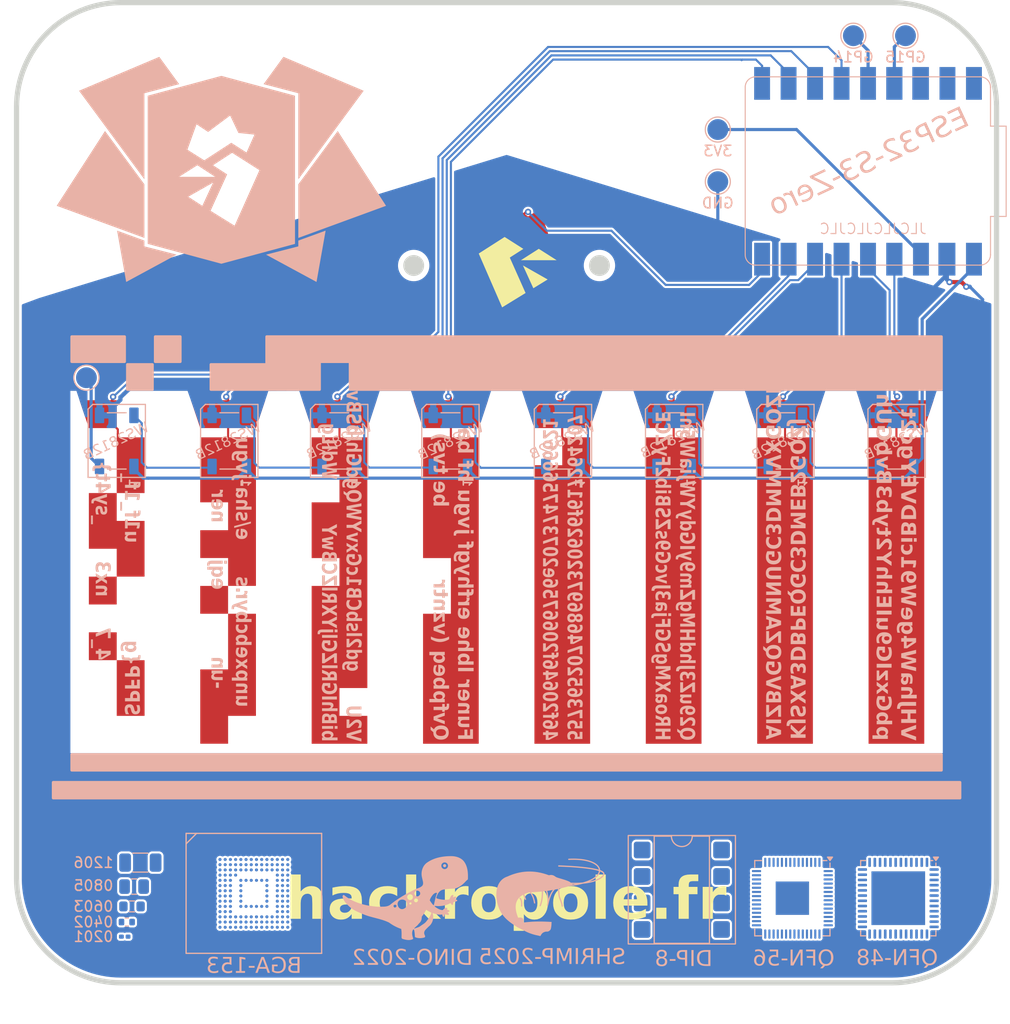
<source format=kicad_pcb>
(kicad_pcb (version 20241229) (generator "pcbnew") (generator_version "9.0")
  (layers (0 "F.Cu" signal) (2 "B.Cu" signal) (13 "F.Paste" user) (15 "B.Paste" user) (5 "F.SilkS" user "F.Silkscreen") (7 "B.SilkS" user "B.Silkscreen") (1 "F.Mask" user) (3 "B.Mask" user) (25 "Edge.Cuts" user))
  (net 0 "")
  (net 4 "GND")
  (net 7 "/LED_DIN")
  (net 8 "+5V")
  (net 9 "Net-(D1-DOUT)")
  (net 10 "Net-(D2-DOUT)")
  (net 11 "Net-(D3-DOUT)")
  (net 12 "Net-(D4-DOUT)")
  (net 13 "Net-(D5-DOUT)")
  (net 14 "Net-(D6-DOUT)")
  (net 15 "Net-(D7-DOUT)")
  (net 16 "/LED_DOUT")
  (net 17 "/TOUCH_CREAST")
  (net 18 "/TOWER8")
  (net 19 "/TOWER7")
  (net 20 "/TOWER5")
  (net 21 "/TOWER6")
  (net 22 "/TOWER3")
  (net 23 "/TOWER2")
  (net 24 "/TOWER4")
  (net 25 "/TOWER1")
  (net 148 "+3.3V")
  (net 149 "/GP15")
  (net 150 "/GP14")
  (footprint "Package_DFN_QFN:QFN-48-1EP_7x7mm_P0.5mm_EP5.15x5.15mm" (layer "B.Cu") (at 184.31 130.2125 180)
    (property "Reference" "U4" (hide yes))
    (property "Value" "AMT49413")
  )
  (footprint "LED_SMD:LED_WS2812B_PLCC4_5.0x5.0mm_P3.2mm" (layer "B.Cu") (at 152.146 86.36 90)
    (property "Reference" "D4" (hide yes))
    (property "Value" "WS2812B")
  )
  (footprint "LED_SMD:LED_WS2812B_PLCC4_5.0x5.0mm_P3.2mm" (layer "B.Cu") (at 141.351 86.36 90)
    (property "Reference" "D5" (hide yes))
    (property "Value" "WS2812B")
  )
  (footprint "Library:BGA_153_14x14_EMMC_BA_0.5MM" (layer "B.Cu") (at 122.5 129.75 -90)
    (property "Reference" "REF**" (hide yes))
    (property "Value" "BGA_153_14x14_EMMC_BA_0.5MM")
  )
  (footprint "Resistor_SMD:R_0805_2012Metric" (layer "B.Cu") (at 111.0125 129.1 180)
    (property "Reference" "R4" (hide yes))
    (property "Value" "0805")
  )
  (footprint "TestPoint:TestPoint_Pad_D2.0mm" (layer "B.Cu") (at 185 47.5 180)
    (property "Reference" "TP1" (hide yes))
    (property "Value" "GP15")
  )
  (footprint "Library:Waveshare-ESP32-S3-Zero" (layer "B.Cu") (at 193.156799 69.5028 90)
    (property "Reference" "U1")
    (property "Value" "ESP32-S3-Zero")
  )
  (footprint "LED_SMD:LED_WS2812B_PLCC4_5.0x5.0mm_P3.2mm" (layer "B.Cu") (at 130.683 86.36 90)
    (property "Reference" "D6" (hide yes))
    (property "Value" "WS2812B")
  )
  (footprint "TestPoint:TestPoint_Pad_D2.0mm" (layer "B.Cu") (at 167 56.5 180)
    (property "Reference" "TP3" (hide yes))
    (property "Value" "3V3")
  )
  (footprint "TestPoint:TestPoint_Pad_D2.0mm" (layer "B.Cu") (at 167 61.5 180)
    (property "Reference" "TP4" (hide yes))
    (property "Value" "GND")
  )
  (footprint "LED_SMD:LED_WS2812B_PLCC4_5.0x5.0mm_P3.2mm" (layer "B.Cu") (at 120.142 86.36 90)
    (property "Reference" "D7" (hide yes))
    (property "Value" "WS2812B")
  )
  (footprint "Resistor_SMD:R_0201_0603Metric" (layer "B.Cu") (at 110.1125 133.9 180)
    (property "Reference" "R1")
    (property "Value" "0201")
  )
  (footprint "Package_DIP:DIP-8_W7.62mm_SMDSocket_SmallPads" (layer "B.Cu") (at 163.55 129.4 180)
    (property "Reference" "U2" (hide yes))
    (property "Value" "DIP-8")
  )
  (footprint "LED_SMD:LED_WS2812B_PLCC4_5.0x5.0mm_P3.2mm" (layer "B.Cu") (at 162.814 86.36 90)
    (property "Reference" "D3" (hide yes))
    (property "Value" "WS2812B")
  )
  (footprint "LED_SMD:LED_WS2812B_PLCC4_5.0x5.0mm_P3.2mm" (layer "B.Cu") (at 184.15 86.36 90)
    (property "Reference" "D1" (hide yes))
    (property "Value" "WS2812B")
  )
  (footprint "LED_SMD:LED_WS2812B_PLCC4_5.0x5.0mm_P3.2mm" (layer "B.Cu") (at 109.347 86.36 90)
    (property "Reference" "D8" (hide yes))
    (property "Value" "WS2812B")
  )
  (footprint "Resistor_SMD:R_0402_1005Metric" (layer "B.Cu") (at 110.3125 132.5 180)
    (property "Reference" "R2" (hide yes))
    (property "Value" "0402")
  )
  (footprint "Package_DFN_QFN:QFN-56-1EP_7x7mm_P0.4mm_EP3.2x3.2mm" (layer "B.Cu") (at 174.15 130.2125 180)
    (property "Reference" "U3" (hide yes))
    (property "Value" "RP2040")
  )
  (footprint "TestPoint:TestPoint_Pad_D2.0mm" (layer "B.Cu") (at 106.44 80.3 180)
    (property "Reference" "TP5" (hide yes))
    (property "Value" "DOUT" (hide yes))
  )
  (footprint "Resistor_SMD:R_0603_1608Metric" (layer "B.Cu") (at 110.8125 131 180)
    (property "Reference" "R3" (hide yes))
    (property "Value" "0603")
  )
  (footprint "LED_SMD:LED_WS2812B_PLCC4_5.0x5.0mm_P3.2mm" (layer "B.Cu") (at 173.482 86.36 90)
    (property "Reference" "D2" (hide yes))
    (property "Value" "WS2812B")
  )
  (footprint "Resistor_SMD:R_1206_3216Metric" (layer "B.Cu") (at 111.6125 126.8 180)
    (property "Reference" "R5" (hide yes))
    (property "Value" "1206")
  )
  (footprint "TestPoint:TestPoint_Pad_D2.0mm" (layer "B.Cu") (at 180 47.5 180)
    (property "Reference" "TP2" (hide yes))
    (property "Value" "GP14")
  )
  (gr_poly (pts (xy 112.016721 112.727294) (xy 109.347116 112.727294) (xy 109.347116 107.388087) (xy 112.016721 107.388087)) (stroke (width -0.000001)) (fill yes) (layer "F.Cu"))
  (gr_poly (pts (xy 122.699271 85.128462) (xy 117.356444 85.128462) (xy 116.46761 82.458342) (xy 123.591207 82.458342)) (stroke (width -0.000001)) (fill yes) (layer "F.Cu") (net 23))
  (gr_poly (pts (xy 154.75209 85.128462) (xy 149.409263 85.128462) (xy 148.520431 82.458342) (xy 155.640922 82.458342)) (stroke (width -0.000001)) (fill yes) (layer "F.Cu") (net 20))
  (gr_poly (pts (xy 133.384406 85.128462) (xy 128.041579 85.128462) (xy 127.152745 82.458342) (xy 134.273238 82.458342)) (stroke (width -0.000001)) (fill yes) (layer "F.Cu") (net 22))
  (gr_poly (pts (xy 165.435168 86.021433) (xy 165.435168 115.401549) (xy 160.092341 115.401549) (xy 160.092341 86.021399)) (stroke (width -0.000001)) (fill yes) (layer "F.Cu") (net 21))
  (gr_poly (pts (xy 122.699271 112.727294) (xy 120.029149 112.727294) (xy 120.029149 115.397414) (xy 117.359546 115.397414) (xy 117.359546 108.273818) (xy 120.029149 108.273818) (xy 120.029149 102.934096) (xy 122.699271 102.934096)) (stroke (width -0.000001)) (fill yes) (layer "F.Cu"))
  (gr_poly (pts (xy 109.344015 107.384986) (xy 106.673894 107.384986) (xy 106.673894 104.714865) (xy 109.344015 104.714865)) (stroke (width -0.000001)) (fill yes) (layer "F.Cu"))
  (gr_poly (pts (xy 148.795283 64.834097) (xy 149.915111 64.131299) (xy 150.725398 66.480509) (xy 149.161151 67.476315) (xy 146.635722 65.868144) (xy 146.632121 65.870213) (xy 146.63264 65.871243) (xy 146.63164 65.870726) (xy 145.225524 66.766797) (xy 144.825526 65.866593) (xy 146.631656 65.866593) (xy 146.632655 65.86814) (xy 146.632655 65.86711) (xy 146.631656 65.866593) (xy 144.825526 65.866593) (xy 144.485 65.100232) (xy 144.481399 65.098681) (xy 145.979499 64.947785) (xy 146.03122 64.836678) (xy 148.793799 64.836678) (xy 148.794799 64.836161) (xy 148.793799 64.835131) (xy 148.793799 64.836678) (xy 146.03122 64.836678) (xy 146.739661 63.31481) (xy 146.742694 63.31481)) (stroke (width -0.000001)) (fill yes) (layer "F.Cu") (net 17))
  (gr_poly (pts (xy 109.34402 94.029727) (xy 112.013624 94.029727) (xy 112.013624 99.372553) (xy 109.34402 99.372553) (xy 109.34402 96.702433) (xy 106.673899 96.702433) (xy 106.673899 91.360125) (xy 109.34402 91.360125)) (stroke (width -0.000001)) (fill yes) (layer "F.Cu") (net 25))
  (gr_poly (pts (xy 154.752101 115.400519) (xy 149.409274 115.400519) (xy 149.409274 88.690005) (xy 152.082496 88.690005) (xy 152.082496 86.017298) (xy 154.752101 86.017298)) (stroke (width -0.000001)) (fill yes) (layer "F.Cu") (net 20))
  (gr_poly (pts (xy 186.804912 85.128462) (xy 181.462604 85.128462) (xy 180.570155 82.458342) (xy 187.693744 82.458342)) (stroke (width -0.000001)) (fill yes) (layer "F.Cu") (net 18))
  (gr_poly (pts (xy 165.437221 85.128462) (xy 160.094916 85.128462) (xy 159.202983 82.458342) (xy 166.326053 82.458342)) (stroke (width -0.000001)) (fill yes) (layer "F.Cu") (net 21))
  (gr_poly (pts (xy 133.38441 86.017302) (xy 133.38441 110.057692) (xy 130.711707 110.057692) (xy 130.711707 112.727301) (xy 133.38441 112.727301) (xy 133.38441 115.400519) (xy 128.041585 115.400519) (xy 128.041585 100.264495) (xy 130.711707 100.264495) (xy 130.711707 97.594889) (xy 128.041585 97.594889) (xy 128.041585 92.252062) (xy 130.711707 92.252062) (xy 130.711707 89.578841) (xy 128.041585 89.578841) (xy 128.041585 86.017298)) (stroke (width -0.000001)) (fill yes) (layer "F.Cu") (net 22))
  (gr_poly (pts (xy 109.344015 102.045226) (xy 106.673894 102.045226) (xy 106.673894 99.37562) (xy 109.344015 99.37562)) (stroke (width -0.000001)) (fill yes) (layer "F.Cu"))
  (gr_poly (pts (xy 176.119777 85.128462) (xy 170.77695 85.128462) (xy 169.888118 82.458342) (xy 177.011714 82.458342)) (stroke (width -0.000001)) (fill yes) (layer "F.Cu") (net 19))
  (gr_poly (pts (xy 144.066743 85.12892) (xy 138.727532 85.12892) (xy 137.835599 82.4588) (xy 144.959195 82.4588)) (stroke (width -0.000001)) (fill yes) (layer "F.Cu") (net 24))
  (gr_poly (pts (xy 176.120814 86.021433) (xy 176.120814 115.401549) (xy 170.777988 115.401549) (xy 170.777988 86.021399)) (stroke (width -0.000001)) (fill yes) (layer "F.Cu") (net 19))
  (gr_poly (pts (xy 109.344016 85.128462) (xy 106.673895 85.128462) (xy 105.78196 82.458342) (xy 109.344016 82.458342)) (stroke (width -0.000001)) (fill yes) (layer "F.Cu") (net 25))
  (gr_poly (pts (xy 122.699275 100.261389) (xy 120.029153 100.261389) (xy 120.029153 97.591269) (xy 117.35955 97.591269) (xy 117.35955 94.921664) (xy 120.029153 94.921664) (xy 120.029153 92.248957) (xy 117.356448 92.248957) (xy 117.356448 86.017298) (xy 122.699275 86.017298)) (stroke (width -0.000001)) (fill yes) (layer "F.Cu") (net 23))
  (gr_poly (pts (xy 186.803882 86.021433) (xy 186.803882 115.401549) (xy 181.461055 115.401549) (xy 181.461055 86.021399)) (stroke (width -0.000001)) (fill yes) (layer "F.Cu") (net 18))
  (gr_poly (pts (xy 120.02605 102.934096) (xy 117.356444 102.934096) (xy 117.356444 100.264491) (xy 120.02605 100.264491)) (stroke (width -0.000001)) (fill yes) (layer "F.Cu"))
  (gr_poly (pts (xy 144.066447 115.400519) (xy 138.727237 115.400519) (xy 138.727237 102.934096) (xy 141.396842 102.934096) (xy 141.396842 97.594885) (xy 138.727237 97.594885) (xy 138.727237 86.017298) (xy 144.066447 86.017298)) (stroke (width -0.000001)) (fill yes) (layer "F.Cu") (net 24))
  (gr_poly (pts (xy 112.013624 91.360125) (xy 109.34402 91.360125) (xy 109.34402 86.017298) (xy 112.013624 86.017298)) (stroke (width -0.000001)) (fill yes) (layer "F.Cu") (net 25))
  (gr_poly (pts (xy 151.545184 69.031182) (xy 148.112174 69.031182) (xy 149.827106 67.938145)) (stroke (width -0.000001)) (fill yes) (layer "F.SilkS"))
  (gr_poly (pts (xy 150.678294 70.878037) (xy 149.305717 71.719803) (xy 148.306907 69.530587)) (stroke (width -0.000001)) (fill yes) (layer "F.SilkS"))
  (gr_poly (pts (xy 148.347739 67.944428) (xy 147.047401 68.776768) (xy 148.561324 72.175234) (xy 146.31243 73.554097) (xy 144.066676 68.390437) (xy 146.551139 66.801137)) (stroke (width -0.000001)) (fill yes) (layer "F.SilkS"))
  (gr_poly (pts (xy 126.763748 61.75) (xy 126.763748 66.8935) (xy 135.177498 63.813751) (xy 130.541998 56.638251)) (fill yes) (layer "B.SilkS"))
  (gr_poly (pts (xy 153.030682 126.413746) (xy 152.867704 126.417617) (xy 152.700166 126.424773) (xy 152.697105 126.425045) (xy 152.694093 126.425466) (xy 152.691135 126.426032) (xy 152.688233 126.42674) (xy 152.68539 126.427586) (xy 152.682612 126.428565) (xy 152.6799 126.429674) (xy 152.677259 126.430909) (xy 152.674691 126.432265) (xy 152.672201 126.433739) (xy 152.669792 126.435327) (xy 152.667467 126.437026) (xy 152.665231 126.43883) (xy 152.663085 126.440736) (xy 152.661034 126.442741) (xy 152.659082 126.444839) (xy 152.657231 126.447028) (xy 152.655486 126.449304) (xy 152.65385 126.451661) (xy 152.652326 126.454097) (xy 152.650917 126.456608) (xy 152.649628 126.459189) (xy 152.648462 126.461837) (xy 152.647422 126.464548) (xy 152.646511 126.467317) (xy 152.645734 126.470142) (xy 152.645093 126.473017) (xy 152.644593 126.475939) (xy 152.644236 126.478904) (xy 152.644027 126.481908) (xy 152.643968 126.484947) (xy 152.644063 126.488018) (xy 152.644318 126.491093) (xy 152.644723 126.494119) (xy 152.645275 126.497092) (xy 152.645971 126.500009) (xy 152.646805 126.502866) (xy 152.647773 126.50566) (xy 152.648873 126.508387) (xy 152.6501 126.511043) (xy 152.65145 126.513626) (xy 152.652918 126.516131) (xy 152.654502 126.518555) (xy 152.656197 126.520894) (xy 152.657999 126.523145) (xy 152.659904 126.525305) (xy 152.661909 126.52737) (xy 152.664008 126.529336) (xy 152.666199 126.531199) (xy 152.668477 126.532957) (xy 152.670839 126.534605) (xy 152.673279 126.536141) (xy 152.675796 126.53756) (xy 152.678383 126.53886) (xy 152.681038 126.540036) (xy 152.683757 126.541084) (xy 152.686535 126.542003) (xy 152.689369 126.542787) (xy 152.692254 126.543433) (xy 152.695187 126.543939) (xy 152.698164 126.5443) (xy 152.701181 126.544512) (xy 152.704233 126.544573) (xy 152.707317 126.544478) (xy 152.872619 126.537415) (xy 153.033287 126.533601) (xy 153.189294 126.532942) (xy 153.340619 126.535347) (xy 153.487236 126.540721) (xy 153.629123 126.548973) (xy 153.766254 126.560008) (xy 153.898607 126.573735) (xy 154.026157 126.59006) (xy 154.148881 126.60889) (xy 154.266755 126.630133) (xy 154.379755 126.653695) (xy 154.487857 126.679483) (xy 154.591037 126.707405) (xy 154.689272 126.737367) (xy 154.782538 126.769277) (xy 154.870734 126.803014) (xy 154.953787 126.838446) (xy 155.031708 126.875463) (xy 155.104513 126.913956) (xy 155.172214 126.953817) (xy 155.234825 126.994936) (xy 155.292361 127.037205) (xy 155.344834 127.080515) (xy 155.369177 127.102526) (xy 155.39226 127.124757) (xy 155.414084 127.147194) (xy 155.434651 127.169823) (xy 155.453962 127.19263) (xy 155.472021 127.215602) (xy 155.488827 127.238726) (xy 155.504384 127.261988) (xy 155.518692 127.285374) (xy 155.531753 127.30887) (xy 155.54357 127.332464) (xy 155.554144 127.35614) (xy 155.563476 127.379887) (xy 155.571568 127.403689) (xy 155.578422 127.427535) (xy 155.584041 127.451409) (xy 155.585383 127.45815) (xy 155.586668 127.464884) (xy 155.58784 127.471631) (xy 155.588366 127.475014) (xy 155.588843 127.478408) (xy 155.558419 127.469502) (xy 155.527343 127.460735) (xy 155.495624 127.452044) (xy 155.463269 127.443371) (xy 155.34213 127.413095) (xy 155.213426 127.384361) (xy 155.077781 127.357123) (xy 154.93582 127.331337) (xy 154.788166 127.306959) (xy 154.635445 127.283944) (xy 154.478279 127.262248) (xy 154.317294 127.241826) (xy 153.986426 127.20466) (xy 153.647929 127.1722) (xy 153.306975 127.144182) (xy 152.968733 127.120338) (xy 152.321065 127.084107) (xy 151.746288 127.061376) (xy 151.745981 127.061376) (xy 151.742983 127.06135) (xy 151.74 127.061472) (xy 151.737038 127.061741) (xy 151.734102 127.062156) (xy 151.731197 127.062713) (xy 151.728327 127.063411) (xy 151.725499 127.064249) (xy 151.722717 127.065223) (xy 151.719986 127.066334) (xy 151.717311 127.067577) (xy 151.714698 127.068953) (xy 151.712151 127.070458) (xy 151.709676 127.07209) (xy 151.707277 127.073849) (xy 151.704961 127.075732) (xy 151.702731 127.077736) (xy 151.700605 127.07985) (xy 151.698595 127.082057) (xy 151.696704 127.084353) (xy 151.694934 127.086732) (xy 151.693288 127.08919) (xy 151.691767 127.091722) (xy 151.690375 127.094322) (xy 151.689112 127.096986) (xy 151.687982 127.09971) (xy 151.686987 127.102487) (xy 151.686128 127.105313) (xy 151.685408 127.108184) (xy 151.684829 127.111093) (xy 151.684394 127.114036) (xy 151.684105 127.117009) (xy 151.683963 127.120006) (xy 151.683937 127.123004) (xy 151.684059 127.125987) (xy 151.684329 127.128948) (xy 151.684743 127.131884) (xy 151.685301 127.134789) (xy 151.686 127.137658) (xy 151.686838 127.140486) (xy 151.687813 127.143268) (xy 151.688923 127.145998) (xy 151.690168 127.148672) (xy 151.691543 127.151284) (xy 151.693049 127.15383) (xy 151.694682 127.156305) (xy 151.696441 127.158702) (xy 151.698323 127.161018) (xy 151.700328 127.163247) (xy 151.702442 127.165373) (xy 151.704649 127.167382) (xy 151.706944 127.169272) (xy 151.709323 127.171042) (xy 151.711781 127.172688) (xy 151.714313 127.174208) (xy 151.716913 127.1756) (xy 151.719576 127.176863) (xy 151.722299 127.177993) (xy 151.725075 127.178988) (xy 151.7279 127.179846) (xy 151.730769 127.180566) (xy 151.733677 127.181143) (xy 151.736619 127.181577) (xy 151.73959 127.181866) (xy 151.742584 127.182006) (xy 152.315433 127.204615) (xy 152.960715 127.240601) (xy 153.297514 127.264275) (xy 153.636816 127.292093) (xy 153.973418 127.324319) (xy 154.302119 127.36122) (xy 154.461879 127.381494) (xy 154.617689 127.403002) (xy 154.76887 127.425768) (xy 154.914747 127.449817) (xy 155.054642 127.475175) (xy 155.187877 127.501866) (xy 155.313776 127.529916) (xy 155.43166 127.55935) (xy 155.473702 127.570837) (xy 155.514483 127.582668) (xy 155.553929 127.59478) (xy 155.591964 127.607113) (xy 155.586211 127.646976) (xy 155.577283 127.687091) (xy 155.565141 127.727422) (xy 155.549749 127.767931) (xy 155.531068 127.808579) (xy 155.509061 127.84933) (xy 155.48369 127.890146) (xy 155.454917 127.930989) (xy 155.422704 127.971822) (xy 155.387014 128.012607) (xy 155.347809 128.053307) (xy 155.30505 128.093883) (xy 155.258701 128.134299) (xy 155.208723 128.174517) (xy 155.155079 128.214499) (xy 155.097731 128.254207) (xy 154.998377 128.316822) (xy 154.889622 128.378038) (xy 154.771422 128.437656) (xy 154.643739 128.495473) (xy 154.506529 128.551289) (xy 154.359753 128.604902) (xy 154.203368 128.656113) (xy 154.037335 128.70472) (xy 153.913511 128.714659) (xy 153.785708 128.722635) (xy 153.653911 128.728557) (xy 153.518103 128.732337) (xy 153.378269 128.733883) (xy 153.234393 128.733106) (xy 153.086458 128.729915) (xy 152.93445 128.724221) (xy 152.932582 128.724181) (xy 152.930718 128.7242) (xy 152.928857 128.724276) (xy 152.927002 128.72441) (xy 152.925154 128.724601) (xy 152.923315 128.724849) (xy 152.921484 128.725154) (xy 152.919665 128.725515) (xy 152.917857 128.725932) (xy 152.916063 128.726405) (xy 152.914283 128.726934) (xy 152.91252 128.727518) (xy 152.910774 128.728157) (xy 152.909046 128.72885) (xy 152.907338 128.729598) (xy 152.905652 128.7304) (xy 152.885328 128.713039) (xy 152.864625 128.696147) (xy 152.843535 128.679849) (xy 152.82205 128.664271) (xy 152.811157 128.65679) (xy 152.800163 128.649536) (xy 152.789067 128.642525) (xy 152.777867 128.635771) (xy 152.766563 128.629291) (xy 152.755154 128.6231) (xy 152.743639 128.617213) (xy 152.732017 128.611647) (xy 152.6372 128.569963) (xy 152.539866 128.531023) (xy 152.440933 128.494602) (xy 152.341316 128.460472) (xy 152.143689 128.398187) (xy 151.95431 128.34236) (xy 151.780502 128.291184) (xy 151.629588 128.242851) (xy 151.565006 128.219185) (xy 151.508893 128.195553) (xy 151.462165 128.171728) (xy 151.425739 128.147484) (xy 151.389058 128.119648) (xy 151.352596 128.094447) (xy 151.316249 128.071873) (xy 151.27991 128.051915) (xy 151.243475 128.034561) (xy 151.206839 128.019803) (xy 151.169895 128.007628) (xy 151.13254 127.998027) (xy 151.094667 127.990989) (xy 151.056172 127.986503) (xy 151.01695 127.98456) (xy 150.976894 127.985148) (xy 150.9359 127.988258) (xy 150.893863 127.993878) (xy 150.850678 128.001999) (xy 150.806238 128.012609) (xy 150.529018 127.915742) (xy 150.256142 127.834694) (xy 149.987469 127.769064) (xy 149.722857 127.718449) (xy 149.462167 127.682449) (xy 149.205256 127.66066) (xy 148.951983 127.652681) (xy 148.702209 127.658111) (xy 148.45579 127.676547) (xy 148.212588 127.707587) (xy 147.972459 127.750829) (xy 147.735264 127.805872) (xy 147.500861 127.872314) (xy 147.26911 127.949753) (xy 147.039868 128.037786) (xy 146.812996 128.136013) (xy 146.704866 128.175895) (xy 146.603101 128.222334) (xy 146.50761 128.275048) (xy 146.418298 128.333752) (xy 146.335072 128.398164) (xy 146.257839 128.467999) (xy 146.186504 128.542975) (xy 146.120974 128.622807) (xy 146.061155 128.707213) (xy 146.006955 128.795909) (xy 145.958279 128.888612) (xy 145.915034 128.985037) (xy 145.877126 129.084903) (xy 145.844462 129.187924) (xy 145.816949 129.293819) (xy 145.794491 129.402302) (xy 145.764373 129.625905) (xy 145.753358 129.856463) (xy 145.760698 130.091711) (xy 145.785645 130.32938) (xy 145.827451 130.567203) (xy 145.885366 130.802913) (xy 145.958642 131.034242) (xy 146.046531 131.258922) (xy 146.114031 131.40477) (xy 146.187355 131.54273) (xy 146.266422 131.673434) (xy 146.351152 131.797512) (xy 146.441465 131.915597) (xy 146.537279 132.02832) (xy 146.638516 132.136313) (xy 146.745094 132.240207) (xy 146.856933 132.340634) (xy 146.973954 132.438226) (xy 147.096074 132.533613) (xy 147.223215 132.627428) (xy 147.355296 132.720302) (xy 147.492236 132.812867) (xy 147.780374 132.999596) (xy 147.98358 133.098255) (xy 148.17848 133.198981) (xy 148.371869 133.300078) (xy 148.57054 133.399852) (xy 148.673979 133.448712) (xy 148.781285 133.496606) (xy 148.893309 133.543322) (xy 149.010899 133.588646) (xy 149.134905 133.632369) (xy 149.266175 133.674277) (xy 149.405559 133.714159) (xy 149.553907 133.751802) (xy 149.983339 133.845754) (xy 150.056673 133.715386) (xy 150.076689 133.683424) (xy 150.098401 133.652097) (xy 150.12232 133.621598) (xy 150.148958 133.592118) (xy 150.178825 133.56385) (xy 150.19513 133.55023) (xy 150.212434 133.536985) (xy 150.230801 133.524138) (xy 150.250295 133.511714) (xy 150.270981 133.499737) (xy 150.292921 133.488231) (xy 150.316181 133.47722) (xy 150.340823 133.466727) (xy 150.366911 133.456776) (xy 150.394511 133.447393) (xy 150.423685 133.4386) (xy 150.454498 133.430422) (xy 150.487013 133.422882) (xy 150.521294 133.416005) (xy 150.578389 133.418295) (xy 150.606935 133.418323) (xy 150.635479 133.417156) (xy 150.664023 133.414459) (xy 150.692566 133.409894) (xy 150.721109 133.403126) (xy 150.73538 133.39881) (xy 150.749652 133.393817) (xy 150.763923 133.388105) (xy 150.778194 133.381632) (xy 150.792466 133.374355) (xy 150.806737 133.366232) (xy 150.821009 133.357222) (xy 150.83528 133.347283) (xy 150.849552 133.336371) (xy 150.863824 133.324446) (xy 150.878096 133.311465) (xy 150.892369 133.297386) (xy 150.906641 133.282167) (xy 150.920914 133.265766) (xy 150.935187 133.248141) (xy 150.949461 133.229249) (xy 150.963735 133.209049) (xy 150.978009 133.187499) (xy 150.992213 133.125456) (xy 151.004274 133.067712) (xy 151.014391 133.013869) (xy 151.022759 132.963533) (xy 151.029577 132.916308) (xy 151.035042 132.871797) (xy 151.03935 132.829605) (xy 151.042699 132.789337) (xy 151.058626 132.488933) (xy 150.745093 132.471619) (xy 150.427552 132.458291) (xy 150.104573 132.450388) (xy 149.774725 132.449348) (xy 149.436576 132.456608) (xy 149.088695 132.473607) (xy 148.729651 132.501783) (xy 148.358013 132.542574) (xy 148.363598 132.498928) (xy 148.367298 132.457855) (xy 148.369162 132.419287) (xy 148.36924 132.383156) (xy 148.367581 132.349395) (xy 148.364235 132.317935) (xy 148.359252 132.28871) (xy 148.35268 132.26165) (xy 148.344571 132.236689) (xy 148.334973 132.213758) (xy 148.323935 132.19279) (xy 148.311509 132.173718) (xy 148.297743 132.156472) (xy 148.282687 132.140986) (xy 148.26639 132.127192) (xy 148.248903 132.115021) (xy 148.230274 132.104407) (xy 148.210554 132.095282) (xy 148.189793 132.087576) (xy 148.168038 132.081224) (xy 148.145342 132.076157) (xy 148.121752 132.072307) (xy 148.072092 132.067989) (xy 148.019455 132.067726) (xy 147.964239 132.070978) (xy 147.90684 132.077201) (xy 147.847657 132.085854) (xy 147.777986 131.901362) (xy 147.72001 131.722371) (xy 147.695513 131.634989) (xy 147.674065 131.54904) (xy 147.655708 131.464546) (xy 147.640484 131.381526) (xy 147.628435 131.3) (xy 147.619603 131.219987) (xy 147.61403 131.141508) (xy 147.611758 131.064581) (xy 147.612828 130.989227) (xy 147.617282 130.915466) (xy 147.625162 130.843317) (xy 147.636511 130.7728) (xy 147.651369 130.703935) (xy 147.669779 130.636741) (xy 147.691783 130.571238) (xy 147.717423 130.507446) (xy 147.74674 130.445385) (xy 147.779776 130.385074) (xy 147.816573 130.326534) (xy 147.857173 130.269783) (xy 147.901619 130.214842) (xy 147.949951 130.16173) (xy 148.002211 130.110468) (xy 148.058442 130.061074) (xy 148.118686 130.013569) (xy 148.182984 129.967972) (xy 148.251377 129.924303) (xy 148.323909 129.882582) (xy 148.324106 129.883268) (xy 148.32431 129.88395) (xy 148.324523 129.88463) (xy 148.324743 129.885307) (xy 148.324971 129.885981) (xy 148.325208 129.886652) (xy 148.325452 129.88732) (xy 148.325704 129.887984) (xy 148.496862 130.34377) (xy 148.498021 130.346629) (xy 148.49931 130.349395) (xy 148.500723 130.352068) (xy 148.502256 130.354644) (xy 148.503904 130.357122) (xy 148.505661 130.3595) (xy 148.507524 130.361774) (xy 148.509486 130.363944) (xy 148.511544 130.366006) (xy 148.513693 130.367959) (xy 148.515927 130.369801) (xy 148.518242 130.371528) (xy 148.520633 130.37314) (xy 148.523095 130.374634) (xy 148.525624 130.376007) (xy 148.528214 130.377258) (xy 148.53086 130.378384) (xy 148.533559 130.379383) (xy 148.536304 130.380253) (xy 148.539092 130.380992) (xy 148.541917 130.381597) (xy 148.544774 130.382066) (xy 148.547659 130.382398) (xy 148.550567 130.38259) (xy 148.553492 130.382639) (xy 148.556431 130.382544) (xy 148.559378 130.382302) (xy 148.562329 130.381911) (xy 148.565278 130.38137) (xy 148.56822 130.380675) (xy 148.571152 130.379824) (xy 148.574068 130.378816) (xy 148.576891 130.377622) (xy 148.579622 130.376301) (xy 148.582258 130.374859) (xy 148.584798 130.3733) (xy 148.587239 130.371629) (xy 148.589579 130.36985) (xy 148.591817 130.367969) (xy 148.593949 130.365991) (xy 148.595974 130.363919) (xy 148.597891 130.361759) (xy 148.599695 130.359516) (xy 148.601387 130.357194) (xy 148.602963 130.354798) (xy 148.604421 130.352334) (xy 148.605759 130.349804) (xy 148.606976 130.347216) (xy 148.608069 130.344573) (xy 148.609035 130.341879) (xy 148.609873 130.339141) (xy 148.610581 130.336362) (xy 148.611157 130.333547) (xy 148.611598 130.330702) (xy 148.611902 130.32783) (xy 148.612068 130.324938) (xy 148.612093 130.322028) (xy 148.611974 130.319107) (xy 148.611711 130.316179) (xy 148.611301 130.313249) (xy 148.610741 130.310321) (xy 148.610029 130.307401) (xy 148.609164 130.304492) (xy 148.608144 130.301601) (xy 148.438231 129.845815) (xy 148.437806 129.844705) (xy 148.437359 129.843605) (xy 148.43689 129.842515) (xy 148.436401 129.841435) (xy 148.43589 129.840366) (xy 148.435358 129.839307) (xy 148.434806 129.838259) (xy 148.434233 129.837223) (xy 148.433639 129.836198) (xy 148.433026 129.835184) (xy 148.432392 129.834184) (xy 148.431739 129.833195) (xy 148.431065 129.832219) (xy 148.430373 129.831257) (xy 148.429661 129.830308) (xy 148.428929 129.829372) (xy 148.483813 129.804268) (xy 148.540619 129.780068) (xy 148.59936 129.756778) (xy 148.660048 129.734404) (xy 148.722697 129.712952) (xy 148.787319 129.692427) (xy 148.853928 129.672837) (xy 148.922536 129.654186) (xy 148.929116 129.6538) (xy 148.935706 129.653504) (xy 148.948876 129.652986) (xy 148.949299 129.653605) (xy 148.949729 129.654219) (xy 148.950168 129.654827) (xy 148.950615 129.65543) (xy 148.951069 129.656027) (xy 148.95153 129.656618) (xy 148.951998 129.657204) (xy 148.952474 129.657784) (xy 148.994405 129.711572) (xy 149.033913 129.766796) (xy 149.071059 129.823424) (xy 149.105905 129.881429) (xy 149.138514 129.940778) (xy 149.168947 130.001444) (xy 149.197268 130.063394) (xy 149.223538 130.1266) (xy 149.247819 130.191032) (xy 149.270174 130.256658) (xy 149.290665 130.323451) (xy 149.309354 130.391379) (xy 149.326304 130.460412) (xy 149.341576 130.530521) (xy 149.355232 130.601675) (xy 149.367336 130.673845) (xy 149.36788 130.676865) (xy 149.368569 130.679822) (xy 149.369397 130.682713) (xy 149.37036 130.685536) (xy 149.371455 130.688287) (xy 149.372677 130.690963) (xy 149.374022 130.693562) (xy 149.375485 130.696079) (xy 149.377062 130.698512) (xy 149.37875 130.700858) (xy 149.380544 130.703113) (xy 149.382439 130.705274) (xy 149.384432 130.707339) (xy 149.386519 130.709305) (xy 149.388694 130.711167) (xy 149.390955 130.712923) (xy 149.393296 130.71457) (xy 149.395713 130.716105) (xy 149.398203 130.717525) (xy 149.400761 130.718826) (xy 149.403383 130.720005) (xy 149.406064 130.72106) (xy 149.408801 130.721987) (xy 149.411589 130.722783) (xy 149.414424 130.723445) (xy 149.417302 130.723969) (xy 149.420218 130.724354) (xy 149.423169 130.724595) (xy 149.42615 130.724689) (xy 149.429157 130.724634) (xy 149.432185 130.724426) (xy 149.435231 130.724062) (xy 149.438199 130.723552) (xy 149.441125 130.722897) (xy 149.444004 130.7221) (xy 149.446831 130.721162) (xy 149.449601 130.720089) (xy 149.45231 130.718881) (xy 149.454954 130.717543) (xy 149.457526 130.716076) (xy 149.460023 130.714485) (xy 149.46244 130.712771) (xy 149.464773 130.710938) (xy 149.467015 130.708988) (xy 149.469164 130.706925) (xy 149.471214 130.704752) (xy 149.47316 130.70247) (xy 149.474997 130.700084) (xy 149.476713 130.697609) (xy 149.478295 130.695063) (xy 149.479743 130.692451) (xy 149.481055 130.689778) (xy 149.48223 130.68705) (xy 149.483267 130.684272) (xy 149.484165 130.681449) (xy 149.484921 130.678588) (xy 149.485535 130.675692) (xy 149.486006 130.672768) (xy 149.486333 130.66982) (xy 149.486513 130.666855) (xy 149.486546 130.663877) (xy 149.486431 130.660892) (xy 149.486166 130.657905) (xy 149.48575 130.654921) (xy 149.474114 130.585235) (xy 149.461036 130.516268) (xy 149.446462 130.448057) (xy 149.430334 130.380637) (xy 149.412596 130.314044) (xy 149.393191 130.248313) (xy 149.372064 130.18348) (xy 149.349157 130.119581) (xy 149.324414 130.056652) (xy 149.297779 129.994728) (xy 149.269195 129.933845) (xy 149.238607 129.874039) (xy 149.205956 129.815345) (xy 149.171188 129.757799) (xy 149.134245 129.701437) (xy 149.095072 129.646294) (xy 149.36204 129.632125) (xy 149.620725 129.615317) (xy 149.872614 129.59555) (xy 150.119194 129.572502) (xy 150.119507 129.666002) (xy 150.118147 129.75825) (xy 150.115093 129.849231) (xy 150.110326 129.938926) (xy 150.103826 130.027322) (xy 150.095575 130.1144) (xy 150.085552 130.200145) (xy 150.073738 130.28454) (xy 150.060113 130.367569) (xy 150.044657 130.449216) (xy 150.027351 130.529464) (xy 150.008176 130.608298) (xy 149.987111 130.6857) (xy 149.964138 130.761654) (xy 149.939236 130.836144) (xy 149.912386 130.909154) (xy 149.911344 130.912046) (xy 149.910459 130.914956) (xy 149.909728 130.917879) (xy 149.909149 130.92081) (xy 149.90872 130.923745) (xy 149.908438 130.926678) (xy 149.908303 130.929605) (xy 149.908312 130.932521) (xy 149.908462 130.935422) (xy 149.908751 130.938301) (xy 149.909178 130.941156) (xy 149.90974 130.94398) (xy 149.910436 130.946769) (xy 149.911262 130.949518) (xy 149.912218 130.952222) (xy 149.9133 130.954877) (xy 149.914507 130.957477) (xy 149.915837 130.960018) (xy 149.917288 130.962495) (xy 149.918857 130.964904) (xy 149.920542 130.967238) (xy 149.922342 130.969495) (xy 149.924254 130.971667) (xy 149.926276 130.973752) (xy 149.928406 130.975744) (xy 149.930642 130.977638) (xy 149.932982 130.97943) (xy 149.935423 130.981114) (xy 149.937964 130.982686) (xy 149.940603 130.984141) (xy 149.943337 130.985474) (xy 149.946164 130.986681) (xy 149.949056 130.987722) (xy 149.951965 130.988607) (xy 149.954888 130.989338) (xy 149.957819 130.989916) (xy 149.960753 130.990345) (xy 149.963686 130.990626) (xy 149.966613 130.990761) (xy 149.969529 130.990752) (xy 149.972429 130.990601) (xy 149.975308 130.990312) (xy 149.978162 130.989884) (xy 149.980986 130.989322) (xy 149.983775 130.988626) (xy 149.986523 130.987799) (xy 149.989227 130.986843) (xy 149.991882 130.985761) (xy 149.994482 130.984553) (xy 149.997023 130.983223) (xy 149.999499 130.981772) (xy 150.001907 130.980203) (xy 150.004242 130.978518) (xy 150.006497 130.976718) (xy 150.00867 130.974806) (xy 150.010754 130.972784) (xy 150.012746 130.970654) (xy 150.014639 130.968418) (xy 150.01643 130.966079) (xy 150.018114 130.963637) (xy 150.019685 130.961097) (xy 150.021139 130.958458) (xy 150.022472 130.955725) (xy 150.023677 130.952898) (xy 150.051981 130.875939) (xy 150.078178 130.79754) (xy 150.102296 130.71772) (xy 150.124361 130.636498) (xy 150.144399 130.553895) (xy 150.162435 130.469931) (xy 150.178498 130.384626) (xy 150.192612 130.297999) (xy 150.204805 130.210071) (xy 150.215102 130.120861) (xy 150.230115 129.938677) (xy 150.237861 129.751604) (xy 150.238552 129.559804) (xy 150.379392 129.543891) (xy 150.449504 129.535472) (xy 150.519467 129.526625) (xy 150.555115 129.679193) (xy 150.585897 129.830789) (xy 150.611485 129.981347) (xy 150.631549 130.130804) (xy 150.645762 130.279094) (xy 150.650571 130.352782) (xy 150.653794 130.426155) (xy 150.65539 130.499203) (xy 150.655317 130.57192) (xy 150.653536 130.644297) (xy 150.650003 130.716326) (xy 150.613103 130.868569) (xy 150.61242 130.87157) (xy 150.611894 130.87457) (xy 150.611524 130.877565) (xy 150.611306 130.880549) (xy 150.611238 130.883518) (xy 150.611317 130.886468) (xy 150.61154 130.889393) (xy 150.611906 130.89229) (xy 150.61241 130.895154) (xy 150.61305 130.897981) (xy 150.613824 130.900765) (xy 150.614729 130.903502) (xy 150.615762 130.906188) (xy 150.616921 130.908818) (xy 150.618203 130.911388) (xy 150.619604 130.913893) (xy 150.621124 130.916328) (xy 150.622758 130.91869) (xy 150.624504 130.920972) (xy 150.62636 130.923172) (xy 150.628323 130.925284) (xy 150.630389 130.927303) (xy 150.632557 130.929226) (xy 150.634824 130.931048) (xy 150.637186 130.932763) (xy 150.639642 130.934369) (xy 150.642189 130.935859) (xy 150.644824 130.93723) (xy 150.647543 130.938476) (xy 150.650346 130.939594) (xy 150.653228 130.940579) (xy 150.656188 130.941426) (xy 150.659097 130.942082) (xy 150.662022 130.94259) (xy 150.664958 130.942951) (xy 150.6679 130.943167) (xy 150.670842 130.943238) (xy 150.673779 130.943164) (xy 150.676705 130.942947) (xy 150.679616 130.942588) (xy 150.682506 130.942087) (xy 150.685369 130.941445) (xy 150.688201 130.940662) (xy 150.690995 130.939741) (xy 150.693748 130.938681) (xy 150.696453 130.937484) (xy 150.699105 130.936149) (xy 150.701699 130.934679) (xy 150.704216 130.933082) (xy 150.706641 130.931369) (xy 150.708969 130.929544) (xy 150.711199 130.927613) (xy 150.713325 130.92558) (xy 150.715347 130.923448) (xy 150.717259 130.921222) (xy 150.719059 130.918907) (xy 150.720744 130.916506) (xy 150.722311 130.914025) (xy 150.723756 130.911467) (xy 150.725076 130.908837) (xy 150.726269 130.906139) (xy 150.72733 130.903378) (xy 150.728256 130.900558) (xy 150.729045 130.897682) (xy 150.76379 130.755675) (xy 150.764312 130.754418) (xy 150.764804 130.753151) (xy 150.765268 130.751875) (xy 150.765702 130.750589) (xy 150.766107 130.749294) (xy 150.766483 130.747991) (xy 150.766828 130.746681) (xy 150.767144 130.745363) (xy 150.767431 130.744038) (xy 150.767687 130.742707) (xy 150.767913 130.74137) (xy 150.768108 130.740028) (xy 150.768274 130.738682) (xy 150.768409 130.737331) (xy 150.768513 130.735976) (xy 150.768587 130.734618) (xy 150.815284 130.547672) (xy 150.86506 130.363492) (xy 150.891873 130.272843) (xy 150.920379 130.183371) (xy 150.950888 130.095238) (xy 150.983706 130.008605) (xy 151.019143 129.923634) (xy 151.057505 129.840487) (xy 151.099102 129.759325) (xy 151.144241 129.680311) (xy 151.19323 129.603607) (xy 151.246378 129.529373) (xy 151.303992 129.457773) (xy 151.334154 129.424507) (xy 151.17536 129.424507) (xy 151.13867 129.472178) (xy 151.103817 129.520777) (xy 151.070726 129.570261) (xy 151.039318 129.620586) (xy 151.009515 129.671707) (xy 150.98124 129.723582) (xy 150.954416 129.776165) (xy 150.928965 129.829413) (xy 150.904809 129.883282) (xy 150.881871 129.937729) (xy 150.839336 130.048176) (xy 150.800742 130.160405) (xy 150.765465 130.274062) (xy 150.757283 130.179628) (xy 150.746754 130.084889) (xy 150.73396 129.989851) (xy 150.718987 129.89452) (xy 150.701916 129.798902) (xy 150.682833 129.703002) (xy 150.66182 129.606828) (xy 150.638962 129.510384) (xy 150.772707 129.491082) (xy 150.906533 129.470342) (xy 151.040673 129.448152) (xy 151.17536 129.424498) (xy 151.17536 129.424507) (xy 151.334154 129.424507) (xy 151.36638 129.388967) (xy 151.437803 129.374799) (xy 151.509605 129.360131) (xy 151.654424 129.329448) (xy 151.713342 129.930034) (xy 151.716727 129.958698) (xy 151.72129 129.987684) (xy 151.726952 130.016992) (xy 151.733633 130.046616) (xy 151.741253 130.076555) (xy 151.749734 130.106806) (xy 151.768958 130.168231) (xy 151.790667 130.230869) (xy 151.814224 130.294694) (xy 151.86434 130.42582) (xy 151.889643 130.492944) (xy 151.914326 130.560808) (xy 151.937809 130.629243) (xy 151.95951 130.698077) (xy 151.978849 130.76714) (xy 151.987452 130.801704) (xy 151.995246 130.836262) (xy 152.00216 130.870792) (xy 152.00812 130.905272) (xy 152.013054 130.939682) (xy 152.01689 130.974001) (xy 152.017193 130.976996) (xy 152.017643 130.979958) (xy 152.018239 130.982884) (xy 152.018976 130.985767) (xy 152.019854 130.988604) (xy 152.020869 130.991389) (xy 152.022019 130.994118) (xy 152.023302 130.996785) (xy 152.024715 130.999385) (xy 152.026255 131.001915) (xy 152.027919 131.004368) (xy 152.029707 131.00674) (xy 152.031614 131.009026) (xy 152.033638 131.011221) (xy 152.035778 131.01332) (xy 152.038029 131.015319) (xy 152.040378 131.017202) (xy 152.042808 131.018957) (xy 152.045312 131.020583) (xy 152.047886 131.022078) (xy 152.050525 131.02344) (xy 152.053223 131.024668) (xy 152.055975 131.02576) (xy 152.058776 131.026713) (xy 152.06162 131.027528) (xy 152.064503 131.028201) (xy 152.067419 131.028732) (xy 152.070363 131.029119) (xy 152.07333 131.029359) (xy 152.076314 131.029452) (xy 152.07931 131.029396) (xy 152.082314 131.029189) (xy 152.085275 131.028829) (xy 152.088203 131.028325) (xy 152.091092 131.027679) (xy 152.093937 131.026893) (xy 152.096733 131.025971) (xy 152.099476 131.024915) (xy 152.102162 131.023727) (xy 152.104784 131.022409) (xy 152.107339 131.020965) (xy 152.109822 131.019397) (xy 152.112227 131.017708) (xy 152.114552 131.0159) (xy 152.116789 131.013975) (xy 152.118935 131.011936) (xy 152.120986 131.009786) (xy 152.122935 131.007527) (xy 152.12477 131.005175) (xy 152.126479 131.002744) (xy 152.12806 131.000242) (xy 152.129511 130.997672) (xy 152.130831 130.995041) (xy 152.132018 130.992352) (xy 152.133071 130.989612) (xy 152.133988 130.986825) (xy 152.134768 130.983997) (xy 152.135409 130.981132) (xy 152.13591 130.978237) (xy 152.136268 130.975315) (xy 152.136483 130.972373) (xy 152.136553 130.969415) (xy 152.136477 130.966446) (xy 152.136252 130.963472) (xy 152.132021 130.925376) (xy 152.126647 130.887447) (xy 152.12021 130.849701) (xy 152.112791 130.812156) (xy 152.104474 130.774828) (xy 152.095338 130.737735) (xy 152.074936 130.664316) (xy 152.052238 130.592034) (xy 152.027896 130.521022) (xy 152.00256 130.451416) (xy 151.976881 130.383348) (xy 151.927195 130.252296) (xy 151.904371 130.189771) (xy 151.883635 130.129618) (xy 151.865543 130.072113) (xy 151.857663 130.04444) (xy 151.850652 130.017533) (xy 151.844581 129.991427) (xy 151.839519 129.966157) (xy 151.835535 129.941756) (xy 151.8327 129.91826) (xy 151.772879 129.30342) (xy 152.036433 129.24192) (xy 152.308195 129.17395) (xy 152.5898 129.099169) (xy 152.882883 129.017235) (xy 152.884968 129.018487) (xy 152.887095 129.01965) (xy 152.889263 129.020724) (xy 152.891468 129.021708) (xy 152.893707 129.022601) (xy 152.895978 129.023403) (xy 152.898277 129.024112) (xy 152.900602 129.024729) (xy 152.90295 129.025252) (xy 152.905318 129.02568) (xy 152.907703 129.026014) (xy 152.910103 129.026252) (xy 152.912514 129.026394) (xy 152.914934 129.026439) (xy 152.917359 129.026386) (xy 152.919788 129.026235) (xy 153.163492 129.008895) (xy 153.165351 129.008718) (xy 153.167202 129.008485) (xy 153.169045 129.008194) (xy 153.170877 129.007846) (xy 153.172697 129.007442) (xy 153.174505 129.006981) (xy 153.176298 129.006465) (xy 153.178076 129.005892) (xy 153.179243 129.005894) (xy 153.18041 129.005874) (xy 153.181575 129.005832) (xy 153.182739 129.005768) (xy 153.183902 129.005681) (xy 153.185063 129.005572) (xy 153.186221 129.005441) (xy 153.187378 129.005287) (xy 153.307354 128.986238) (xy 153.424302 128.966049) (xy 153.538233 128.944752) (xy 153.649157 128.922375) (xy 153.757083 128.898949) (xy 153.862023 128.874502) (xy 153.946678 128.853383) (xy 153.367673 128.853383) (xy 153.319108 128.861741) (xy 153.270008 128.869897) (xy 153.220363 128.87785) (xy 153.170166 128.885601) (xy 153.168497 128.885888) (xy 153.166838 128.886223) (xy 153.16519 128.886605) (xy 153.163554 128.887032) (xy 153.16193 128.887506) (xy 153.160321 128.888025) (xy 153.158726 128.888589) (xy 153.157147 128.889199) (xy 153.156399 128.889183) (xy 153.15565 128.889178) (xy 153.1549 128.889183) (xy 153.154149 128.889199) (xy 153.081598 128.8946) (xy 153.069211 128.883512) (xy 153.056757 128.872047) (xy 153.044168 128.860234) (xy 153.031377 128.848101) (xy 153.031569 128.847982) (xy 153.117533 128.850363) (xy 153.202199 128.852083) (xy 153.285576 128.853103) (xy 153.367673 128.853383) (xy 153.946678 128.853383) (xy 153.963986 128.849065) (xy 154.062984 128.822667) (xy 154.174861 128.811531) (xy 154.283455 128.798854) (xy 154.388779 128.784704) (xy 154.490848 128.769146) (xy 154.589676 128.752247) (xy 154.685277 128.734074) (xy 154.777666 128.714691) (xy 154.866855 128.694166) (xy 154.952861 128.672565) (xy 155.035696 128.649954) (xy 155.115376 128.6264) (xy 155.191914 128.601968) (xy 155.265324 128.576726) (xy 155.335621 128.550738) (xy 155.402818 128.524072) (xy 155.466931 128.496795) (xy 155.514589 128.475243) (xy 155.560414 128.453394) (xy 155.604415 128.431274) (xy 155.646601 128.408907) (xy 155.686978 128.386315) (xy 155.725556 128.363525) (xy 155.762343 128.34056) (xy 155.797348 128.317444) (xy 155.830577 128.294201) (xy 155.86204 128.270857) (xy 155.891744 128.247434) (xy 155.919699 128.223957) (xy 155.945912 128.200451) (xy 155.970391 128.17694) (xy 155.993146 128.153447) (xy 156.014183 128.129998) (xy 156.024063 128.118298) (xy 156.03352 128.106615) (xy 156.042549 128.094946) (xy 156.051149 128.08329) (xy 156.059315 128.071645) (xy 156.067044 128.060009) (xy 156.074333 128.048378) (xy 156.081179 128.036752) (xy 156.087579 128.025129) (xy 156.093529 128.013505) (xy 156.099026 128.00188) (xy 156.104066 127.99025) (xy 156.108647 127.978615) (xy 156.112766 127.966971) (xy 156.116418 127.955317) (xy 156.119601 127.943651) (xy 156.122273 127.931959) (xy 156.124413 127.920243) (xy 156.126017 127.908523) (xy 156.12708 127.89682) (xy 156.127597 127.885156) (xy 156.127573 127.876463) (xy 156.008372 127.876463) (xy 156.008358 127.882172) (xy 156.008044 127.888098) (xy 156.007421 127.894253) (xy 156.006479 127.90065) (xy 156.00521 127.9073) (xy 156.003604 127.914217) (xy 156.001641 127.921384) (xy 155.999306 127.928766) (xy 155.996593 127.936357) (xy 155.993495 127.944151) (xy 155.990005 127.952142) (xy 155.986117 127.960323) (xy 155.981825 127.968689) (xy 155.977122 127.977233) (xy 155.972002 127.985949) (xy 155.966457 127.994831) (xy 155.960481 128.003873) (xy 155.954069 128.013068) (xy 155.947213 128.022411) (xy 155.939906 128.031895) (xy 155.932143 128.041514) (xy 155.923916 128.051262) (xy 155.9061 128.071076) (xy 155.886472 128.091242) (xy 155.865026 128.111715) (xy 155.841758 128.132454) (xy 155.816665 128.153416) (xy 155.789741 128.174558) (xy 155.760982 128.195836) (xy 155.730383 128.217208) (xy 155.69794 128.238632) (xy 155.663649 128.260065) (xy 155.627504 128.281462) (xy 155.589502 128.302783) (xy 155.549638 128.323984) (xy 155.507908 128.345021) (xy 155.464306 128.365853) (xy 155.418829 128.386437) (xy 155.342527 128.418637) (xy 155.261424 128.450039) (xy 155.175495 128.480505) (xy 155.084711 128.509899) (xy 154.989049 128.538084) (xy 154.88848 128.564924) (xy 154.782979 128.590281) (xy 154.672519 128.614019) (xy 154.74263 128.583433) (xy 154.810247 128.552228) (xy 154.875381 128.520433) (xy 154.938047 128.488074) (xy 154.998256 128.45518) (xy 155.056021 128.421778) (xy 155.111355 128.387895) (xy 155.164271 128.35356) (xy 155.222654 128.313121) (xy 155.277838 128.27198) (xy 155.32981 128.230184) (xy 155.378553 128.187781) (xy 155.424056 128.144819) (xy 155.466302 128.101343) (xy 155.505279 128.057402) (xy 155.540971 128.013044) (xy 155.573364 127.968314) (xy 155.602445 127.923261) (xy 155.628198 127.877931) (xy 155.650611 127.832373) (xy 155.669667 127.786633) (xy 155.685354 127.740759) (xy 155.697657 127.694798) (xy 155.706561 127.648796) (xy 155.706579 127.648815) (xy 155.734462 127.660243) (xy 155.761137 127.671738) (xy 155.78658 127.68328) (xy 155.810765 127.69485) (xy 155.83367 127.706427) (xy 155.855267 127.717993) (xy 155.875535 127.729526) (xy 155.894447 127.741008) (xy 155.911979 127.752419) (xy 155.928107 127.763739) (xy 155.942805 127.774948) (xy 155.95605 127.786027) (xy 155.967818 127.796956) (xy 155.978082 127.807714) (xy 155.986819 127.818283) (xy 155.990607 127.82349) (xy 155.994005 127.828643) (xy 155.996491 127.832849) (xy 155.998768 127.837151) (xy 156.000828 127.84156) (xy 156.00266 127.84609) (xy 156.004256 127.850751) (xy 156.005607 127.855556) (xy 156.006703 127.860518) (xy 156.007535 127.865648) (xy 156.008094 127.870959) (xy 156.008372 127.876463) (xy 156.127573 127.876463) (xy 156.127565 127.873552) (xy 156.126979 127.862027) (xy 156.125834 127.850604) (xy 156.124126 127.839303) (xy 156.12185 127.828145) (xy 156.119002 127.81715) (xy 156.115577 127.806341) (xy 156.111571 127.795737) (xy 156.10698 127.785361) (xy 156.101798 127.775231) (xy 156.096022 127.765371) (xy 156.082861 127.745903) (xy 156.068143 127.727097) (xy 156.051894 127.708927) (xy 156.034139 127.691367) (xy 156.014905 127.67439) (xy 155.994217 127.657969) (xy 155.972102 127.642079) (xy 155.948585 127.626692) (xy 155.923692 127.611783) (xy 155.897449 127.597325) (xy 155.869883 127.583291) (xy 155.841019 127.569655) (xy 155.810883 127.55639) (xy 155.779501 127.543471) (xy 155.746899 127.530871) (xy 155.713102 127.518563) (xy 155.712343 127.507038) (xy 155.711369 127.495532) (xy 155.710179 127.484043) (xy 155.708774 127.47257) (xy 155.707152 127.46111) (xy 155.705313 127.449662) (xy 155.703256 127.438222) (xy 155.700981 127.42679) (xy 155.6858 127.368199) (xy 155.665048 127.310696) (xy 155.638784 127.254348) (xy 155.60707 127.19922) (xy 155.569964 127.145378) (xy 155.527528 127.092889) (xy 155.479821 127.041818) (xy 155.426903 126.992232) (xy 155.368836 126.944196) (xy 155.305678 126.897778) (xy 155.23749 126.853042) (xy 155.164332 126.810054) (xy 155.086265 126.768882) (xy 155.003348 126.72959) (xy 154.915641 126.692246) (xy 154.823205 126.656914) (xy 154.675601 126.607789) (xy 154.517167 126.563509) (xy 154.347966 126.524356) (xy 154.168061 126.490612) (xy 153.977517 126.462561) (xy 153.776395 126.440483) (xy 153.56476 126.424662) (xy 153.342674 126.41538) (xy 153.342912 126.415462) (xy 153.189088 126.41306)) (fill yes) (layer "B.SilkS"))
  (gr_poly (pts (xy 105.729375 52.780626) (xy 112 61.27375) (xy 112 53.018751) (xy 115.333749 52.145626) (xy 113.428749 49.526251)) (fill yes) (layer "B.SilkS"))
  (gr_poly (pts (xy 110.253748 71.11625) (xy 115.095625 68.496876) (xy 112 67.703125) (xy 112 67.1475) (xy 109.380624 66.195001)) (fill yes) (layer "B.SilkS"))
  (gr_poly (pts (xy 123.429999 52.145626) (xy 126.763748 53.018751) (xy 126.763748 61.27375) (xy 133.034373 52.780626) (xy 125.334998 49.526251)) (fill yes) (layer "B.SilkS"))
  (gr_poly (pts (xy 140.805204 126.947412) (xy 140.812723 126.947984) (xy 140.820132 126.948928) (xy 140.827422 126.950232) (xy 140.834582 126.951888) (xy 140.841605 126.953887) (xy 140.84848 126.956219) (xy 140.855199 126.958874) (xy 140.861752 126.961844) (xy 140.86813 126.965119) (xy 140.874323 126.968689) (xy 140.880324 126.972546) (xy 140.886121 126.97668) (xy 140.891707 126.981082) (xy 140.897071 126.985741) (xy 140.902205 126.99065) (xy 140.9071 126.995799) (xy 140.911745 127.001178) (xy 140.916133 127.006777) (xy 140.920253 127.012589) (xy 140.924097 127.018602) (xy 140.927654 127.024809) (xy 140.930917 127.031199) (xy 140.933876 127.037763) (xy 140.936521 127.044492) (xy 140.938843 127.051377) (xy 140.940833 127.058408) (xy 140.942483 127.065575) (xy 140.943781 127.07287) (xy 140.944721 127.080284) (xy 140.945291 127.087806) (xy 140.945483 127.095427) (xy 140.945291 127.103048) (xy 140.944721 127.110568) (xy 140.943781 127.117977) (xy 140.942483 127.125266) (xy 140.940833 127.132427) (xy 140.938843 127.13945) (xy 140.936521 127.146325) (xy 140.933876 127.153044) (xy 140.930917 127.159597) (xy 140.927654 127.165974) (xy 140.924097 127.172168) (xy 140.920253 127.178168) (xy 140.916133 127.183966) (xy 140.911745 127.189552) (xy 140.9071 127.194916) (xy 140.902205 127.20005) (xy 140.897071 127.204944) (xy 140.891707 127.20959) (xy 140.886121 127.213977) (xy 140.880324 127.218097) (xy 140.874323 127.221941) (xy 140.86813 127.225499) (xy 140.861752 127.228762) (xy 140.855199 127.23172) (xy 140.84848 127.234365) (xy 140.841605 127.236687) (xy 140.834582 127.238678) (xy 140.827422 127.240327) (xy 140.820132 127.241626) (xy 140.812723 127.242565) (xy 140.805204 127.243135) (xy 140.797583 127.243327) (xy 140.790034 127.243135) (xy 140.78258 127.242565) (xy 140.775232 127.241626) (xy 140.767999 127.240327) (xy 140.760889 127.238678) (xy 140.753913 127.236687) (xy 140.74708 127.234365) (xy 140.740399 127.23172) (xy 140.73388 127.228762) (xy 140.727532 127.225499) (xy 140.721364 127.221941) (xy 140.715387 127.218097) (xy 140.70961 127.213977) (xy 140.704041 127.20959) (xy 140.698691 127.204944) (xy 140.693569 127.20005) (xy 140.688684 127.194916) (xy 140.684045 127.189552) (xy 140.679663 127.183966) (xy 140.675547 127.178168) (xy 140.671705 127.172168) (xy 140.668148 127.165974) (xy 140.664886 127.159597) (xy 140.661926 127.153044) (xy 140.659279 127.146325) (xy 140.656955 127.13945) (xy 140.654962 127.132427) (xy 140.65331 127.125266) (xy 140.652009 127.117977) (xy 140.651068 127.110568) (xy 140.650497 127.103048) (xy 140.650304 127.095427) (xy 140.650497 127.087806) (xy 140.651068 127.080284) (xy 140.652009 127.07287) (xy 140.65331 127.065575) (xy 140.654962 127.058408) (xy 140.656955 127.051377) (xy 140.659279 127.044492) (xy 140.661926 127.037763) (xy 140.664885 127.031199) (xy 140.668148 127.024809) (xy 140.671705 127.018602) (xy 140.675546 127.012589) (xy 140.679663 127.006777) (xy 140.684045 127.001178) (xy 140.688683 126.995799) (xy 140.693568 126.99065) (xy 140.69869 126.985741) (xy 140.704041 126.981082) (xy 140.709609 126.97668) (xy 140.715387 126.972546) (xy 140.721364 126.968689) (xy 140.727531 126.965119) (xy 140.733879 126.961844) (xy 140.740398 126.958874) (xy 140.747079 126.956219) (xy 140.753912 126.953887) (xy 140.760889 126.951888) (xy 140.767998 126.950232) (xy 140.775232 126.948928) (xy 140.78258 126.947984) (xy 140.790034 126.947412) (xy 140.797583 126.947219)) (fill yes) (layer "B.SilkS"))
  (gr_poly (pts (xy 148.028883 130.158718) (xy 148.02595 130.158875) (xy 148.023038 130.159174) (xy 148.020153 130.159614) (xy 148.017299 130.160192) (xy 148.014481 130.160907) (xy 148.011704 130.161756) (xy 148.008972 130.162738) (xy 148.006292 130.163851) (xy 148.003667 130.165094) (xy 148.001102 130.166463) (xy 147.998603 130.167957) (xy 147.996173 130.169575) (xy 147.993818 130.171314) (xy 147.991543 130.173172) (xy 147.989353 130.175148) (xy 147.989046 130.175148) (xy 147.986851 130.17729) (xy 147.984788 130.179515) (xy 147.982858 130.18182) (xy 147.98106 130.184198) (xy 147.979395 130.186644) (xy 147.977863 130.189154) (xy 147.976464 130.191722) (xy 147.975199 130.194342) (xy 147.974067 130.19701) (xy 147.97307 130.199721) (xy 147.972206 130.202468) (xy 147.971477 130.205248) (xy 147.970882 130.208054) (xy 147.970422 130.210881) (xy 147.970097 130.213725) (xy 147.969907 130.216579) (xy 147.969853 130.21944) (xy 147.969935 130.222301) (xy 147.970152 130.225157) (xy 147.970506 130.228003) (xy 147.970996 130.230834) (xy 147.971622 130.233645) (xy 147.972385 130.236431) (xy 147.973286 130.239185) (xy 147.974323 130.241904) (xy 147.975498 130.244581) (xy 147.976811 130.247212) (xy 147.978262 130.249791) (xy 147.97985 130.252313) (xy 147.981578 130.254774) (xy 147.983443 130.257166) (xy 147.985448 130.259487) (xy 148.008746 130.287003) (xy 148.029781 130.31698) (xy 148.048612 130.349347) (xy 148.065304 130.38403) (xy 148.079917 130.420956) (xy 148.092514 130.460052) (xy 148.103157 130.501245) (xy 148.111908 130.544463) (xy 148.118829 130.589632) (xy 148.123983 130.636679) (xy 148.127431 130.685532) (xy 148.129235 130.736117) (xy 148.129457 130.788362) (xy 148.128161 130.842194) (xy 148.125407 130.89754) (xy 148.121257 130.954326) (xy 148.121036 130.957339) (xy 148.120966 130.960346) (xy 148.121047 130.963342) (xy 148.121277 130.966321) (xy 148.121653 130.969278) (xy 148.122175 130.972208) (xy 148.12284 130.975105) (xy 148.123647 130.977964) (xy 148.124595 130.980779) (xy 148.125682 130.983546) (xy 148.126905 130.986258) (xy 148.128264 130.988911) (xy 148.129757 130.991499) (xy 148.131382 130.994017) (xy 148.133138 130.996459) (xy 148.135022 130.998821) (xy 148.137023 131.001084) (xy 148.139125 131.003235) (xy 148.141324 131.00527) (xy 148.143615 131.007186) (xy 148.145993 131.008983) (xy 148.148452 131.010656) (xy 148.150988 131.012203) (xy 148.153597 131.013623) (xy 148.156272 131.014911) (xy 148.159009 131.016067) (xy 148.161803 131.017086) (xy 148.16465 131.017968) (xy 148.167544 131.018709) (xy 148.17048 131.019306) (xy 148.173453 131.019758) (xy 148.176459 131.020061) (xy 148.179441 131.020218) (xy 148.182415 131.020227) (xy 148.185375 131.02009) (xy 148.188315 131.019807) (xy 148.191231 131.019382) (xy 148.194118 131.018815) (xy 148.19697 131.018108) (xy 148.199783 131.017263) (xy 148.202551 131.016281) (xy 148.205269 131.015165) (xy 148.207932 131.013915) (xy 148.210536 131.012533) (xy 148.213073 131.011022) (xy 148.215541 131.009382) (xy 148.217933 131.007615) (xy 148.220244 131.005724) (xy 148.222459 131.00372) (xy 148.224562 131.001617) (xy 148.226551 130.999421) (xy 148.228424 130.997137) (xy 148.230179 130.994769) (xy 148.231812 130.992322) (xy 148.233323 130.9898) (xy 148.234707 130.98721) (xy 148.235962 130.984554) (xy 148.237087 130.981839) (xy 148.238079 130.979069) (xy 148.238935 130.976249) (xy 148.239653 130.973383) (xy 148.24023 130.970477) (xy 148.240664 130.967535) (xy 148.240953 130.964562) (xy 148.245355 130.905117) (xy 148.248424 130.846572) (xy 148.25002 130.789027) (xy 148.250005 130.732582) (xy 148.248238 130.677336) (xy 148.24458 130.623389) (xy 148.23889 130.570841) (xy 148.231029 130.519792) (xy 148.220857 130.470341) (xy 148.208235 130.422588) (xy 148.193023 130.376633) (xy 148.17508 130.332576) (xy 148.154268 130.290516) (xy 148.142742 130.270266) (xy 148.130446 130.250553) (xy 148.117363 130.231389) (xy 148.103475 130.212787) (xy 148.088765 130.194759) (xy 148.073215 130.177318) (xy 148.071146 130.175246) (xy 148.068988 130.173286) (xy 148.066745 130.171439) (xy 148.064422 130.169708) (xy 148.062024 130.168095) (xy 148.059555 130.166601) (xy 148.05702 130.16523) (xy 148.054423 130.163982) (xy 148.05177 130.162861) (xy 148.049064 130.161867) (xy 148.04631 130.161004) (xy 148.043514 130.160273) (xy 148.040679 130.159677) (xy 148.03781 130.159217) (xy 148.034912 130.158895) (xy 148.031989 130.158715) (xy 148.031833 130.158705)) (fill yes) (layer "B.SilkS"))
  (gr_poly (pts (xy 141.484747 126.179197) (xy 141.484811 126.179247) (xy 141.57479 126.183594) (xy 141.664952 126.191851) (xy 141.754904 126.204153) (xy 141.844253 126.220637) (xy 141.932605 126.241439) (xy 142.019568 126.266694) (xy 142.104749 126.296539) (xy 142.187753 126.331109) (xy 142.268189 126.37054) (xy 142.345663 126.414969) (xy 142.383166 126.4391) (xy 142.419781 126.464531) (xy 142.45546 126.49128) (xy 142.490152 126.519362) (xy 142.523809 126.548796) (xy 142.556381 126.579599) (xy 142.587819 126.611786) (xy 142.618075 126.645376) (xy 142.647099 126.680385) (xy 142.674842 126.71683) (xy 142.701254 126.754728) (xy 142.726288 126.794097) (xy 142.736862 126.811065) (xy 142.747186 126.828092) (xy 142.757265 126.845189) (xy 142.767103 126.862366) (xy 142.776702 126.879633) (xy 142.786068 126.897) (xy 142.795203 126.914477) (xy 142.804112 126.932073) (xy 142.804732 126.932073) (xy 142.845165 127.017826) (xy 142.880912 127.105264) (xy 142.912222 127.194223) (xy 142.939342 127.28454) (xy 142.962518 127.37605) (xy 142.981999 127.468588) (xy 142.998032 127.561992) (xy 143.010864 127.656097) (xy 143.020743 127.750738) (xy 143.027915 127.845752) (xy 143.032628 127.940975) (xy 143.03513 128.036243) (xy 143.034489 128.226255) (xy 143.02797 128.414478) (xy 142.997847 128.436092) (xy 142.969389 128.457917) (xy 142.942469 128.479892) (xy 142.916957 128.501954) (xy 142.892724 128.524042) (xy 142.869639 128.546095) (xy 142.847575 128.568052) (xy 142.826402 128.589852) (xy 142.786211 128.632731) (xy 142.748033 128.674242) (xy 142.710833 128.713894) (xy 142.692277 128.73287) (xy 142.673577 128.751196) (xy 142.617366 128.803853) (xy 142.559735 128.855456) (xy 142.500713 128.905709) (xy 142.440332 128.954311) (xy 142.378622 129.000965) (xy 142.315614 129.04537) (xy 142.25134 129.087228) (xy 142.185829 129.12624) (xy 142.119112 129.162107) (xy 142.051221 129.19453) (xy 141.982186 129.223211) (xy 141.912037 129.247849) (xy 141.840806 129.268148) (xy 141.768522 129.283806) (xy 141.695218 129.294526) (xy 141.620924 129.300009) (xy 141.502257 129.303091) (xy 141.38361 129.307894) (xy 141.265083 129.314706) (xy 141.146774 129.323816) (xy 141.028784 129.335511) (xy 140.911213 129.350081) (xy 140.79416 129.367813) (xy 140.677726 129.388996) (xy 140.643401 129.395122) (xy 140.60997 129.403025) (xy 140.57743 129.412641) (xy 140.545777 129.423906) (xy 140.515009 129.436755) (xy 140.485122 129.451125) (xy 140.456113 129.466951) (xy 140.427978 129.48417) (xy 140.400715 129.502716) (xy 140.37432 129.522527) (xy 140.34879 129.543537) (xy 140.324122 129.565683) (xy 140.277358 129.613126) (xy 140.234003 129.664341) (xy 140.19403 129.718817) (xy 140.157413 129.77604) (xy 140.124128 129.835497) (xy 140.094147 129.896674) (xy 140.067446 129.95906) (xy 140.043999 130.02214) (xy 140.023779 130.085402) (xy 140.006761 130.148332) (xy 140.004428 130.157264) (xy 140.003072 130.165618) (xy 140.002646 130.173421) (xy 140.003102 130.180698) (xy 140.004391 130.187474) (xy 140.006465 130.193775) (xy 140.009277 130.199626) (xy 140.012777 130.205054) (xy 140.016918 130.210083) (xy 140.021652 130.214739) (xy 140.02693 130.219048) (xy 140.032704 130.223035) (xy 140.038926 130.226726) (xy 140.045549 130.230147) (xy 140.0598 130.236277) (xy 140.075073 130.241631) (xy 140.090983 130.246412) (xy 140.12317 130.255076) (xy 140.138677 130.259367) (xy 140.153279 130.263903) (xy 140.166591 130.268888) (xy 140.178227 130.274527) (xy 140.309599 130.304357) (xy 140.442861 130.329147) (xy 140.510025 130.33936) (xy 140.577452 130.347964) (xy 140.645071 130.35484) (xy 140.712812 130.359874) (xy 140.780605 130.362948) (xy 140.84838 130.363945) (xy 140.916067 130.362749) (xy 140.983595 130.359244) (xy 141.050896 130.353313) (xy 141.117897 130.344839) (xy 141.184531 130.333705) (xy 141.250725 130.319796) (xy 141.3753 130.055479) (xy 141.384626 130.039693) (xy 141.394386 130.024398) (xy 141.404619 130.009659) (xy 141.415369 129.995545) (xy 141.426676 129.982122) (xy 141.438584 129.969458) (xy 141.451133 129.95762) (xy 141.464365 129.946676) (xy 141.478323 129.936692) (xy 141.493049 129.927736) (xy 141.508583 129.919875) (xy 141.524968 129.913176) (xy 141.542246 129.907707) (xy 141.560459 129.903534) (xy 141.579648 129.900726) (xy 141.599856 129.899349) (xy 141.608173 129.904932) (xy 141.615307 129.910762) (xy 141.621323 129.916828) (xy 141.62629 129.923117) (xy 141.630274 129.929614) (xy 141.633342 129.936308) (xy 141.635561 129.943185) (xy 141.636999 129.950233) (xy 141.637721 129.957437) (xy 141.637795 129.964785) (xy 141.637288 129.972265) (xy 141.636268 129.979863) (xy 141.632951 129.99536) (xy 141.628382 130.011174) (xy 141.617629 130.043332) (xy 141.612516 130.059468) (xy 141.608294 130.075503) (xy 141.606684 130.083451) (xy 141.605497 130.091334) (xy 141.604801 130.099139) (xy 141.604662 130.106854) (xy 141.605147 130.114466) (xy 141.606324 130.121962) (xy 141.608259 130.129328) (xy 141.611019 130.136552) (xy 141.644337 130.117336) (xy 141.661701 130.108044) (xy 141.679465 130.099173) (xy 141.697579 130.090882) (xy 141.715992 130.083329) (xy 141.734652 130.076672) (xy 141.753508 130.07107) (xy 141.772509 130.066681) (xy 141.791604 130.063663) (xy 141.810741 130.062175) (xy 141.82031 130.062054) (xy 141.82987 130.062375) (xy 141.839415 130.063157) (xy 141.848938 130.064421) (xy 141.858434 130.066186) (xy 141.867895 130.068472) (xy 141.877316 130.071298) (xy 141.88669 130.074686) (xy 141.896011 130.078653) (xy 141.905271 130.083221) (xy 141.909048 130.092679) (xy 141.911795 130.101921) (xy 141.913563 130.110954) (xy 141.914405 130.11979) (xy 141.914373 130.128438) (xy 141.913518 130.136908) (xy 141.911893 130.145209) (xy 141.909549 130.153352) (xy 141.906539 130.161346) (xy 141.902914 130.169201) (xy 141.898727 130.176926) (xy 141.894029 130.184532) (xy 141.888873 130.192028) (xy 141.88331 130.199425) (xy 141.871171 130.213957) (xy 141.85803 130.228206) (xy 141.844301 130.242252) (xy 141.816745 130.270044) (xy 141.803749 130.283946) (xy 141.791828 130.297958) (xy 141.786401 130.305029) (xy 141.781398 130.312157) (xy 141.776873 130.319351) (xy 141.772876 130.326621) (xy 141.852275 130.335271) (xy 141.87497 130.338533) (xy 141.897657 130.342643) (xy 141.919762 130.347803) (xy 141.930417 130.350841) (xy 141.940712 130.354218) (xy 141.950576 130.357959) (xy 141.959935 130.362091) (xy 141.96872 130.366638) (xy 141.976858 130.371626) (xy 141.984277 130.37708) (xy 141.990906 130.383026) (xy 141.996674 130.38949) (xy 142.001508 130.396496) (xy 142.005337 130.404071) (xy 142.00809 130.412239) (xy 142.009694 130.421026) (xy 142.010078 130.430458) (xy 142.009171 130.44056) (xy 142.0069 130.451357) (xy 142.003195 130.462876) (xy 141.997983 130.475141) (xy 141.988008 130.482015) (xy 141.977714 130.488365) (xy 141.956246 130.499642) (xy 141.933748 130.509263) (xy 141.910384 130.517521) (xy 141.88632 130.52471) (xy 141.861722 130.53112) (xy 141.811585 130.54278) (xy 141.7613 130.55484) (xy 141.736516 130.561753) (xy 141.712192 130.569643) (xy 141.688493 130.578804) (xy 141.665586 130.589529) (xy 141.654481 130.595569) (xy 141.643636 130.60211) (xy 141.633071 130.609187) (xy 141.622808 130.616839) (xy 141.620604 130.632447) (xy 141.619384 130.648941) (xy 141.618858 130.666117) (xy 141.618735 130.683775) (xy 141.618535 130.719724) (xy 141.617875 130.737611) (xy 141.616455 130.755171) (xy 141.613984 130.772202) (xy 141.612263 130.780456) (xy 141.61017 130.788501) (xy 141.607669 130.796314) (xy 141.604724 130.803867) (xy 141.601297 130.811137) (xy 141.597353 130.818097) (xy 141.592855 130.824724) (xy 141.587767 130.83099) (xy 141.582053 130.836871) (xy 141.575676 130.842343) (xy 141.568599 130.847379) (xy 141.560788 130.851954) (xy 141.552204 130.856043) (xy 141.542812 130.859621) (xy 141.533059 130.860888) (xy 141.523841 130.86091) (xy 141.515122 130.859771) (xy 141.506867 130.857555) (xy 141.499043 130.854344) (xy 141.491614 130.850223) (xy 141.484547 130.845274) (xy 141.477806 130.839581) (xy 141.471358 130.833228) (xy 141.465167 130.826299) (xy 141.453419 130.811042) (xy 141.442287 130.79448) (xy 141.431495 130.77728) (xy 141.420766 130.76011) (xy 141.409824 130.743637) (xy 141.398392 130.728529) (xy 141.392406 130.721696) (xy 141.386194 130.715455) (xy 141.379722 130.709889) (xy 141.372955 130.705081) (xy 141.365858 130.701116) (xy 141.358396 130.698076) (xy 141.350536 130.696045) (xy 141.342243 130.695107) (xy 141.333483 130.695344) (xy 141.324219 130.696842) (xy 141.241626 130.741593) (xy 141.157187 130.781897) (xy 141.07107 130.81789) (xy 140.983439 130.849711) (xy 140.894462 130.877494) (xy 140.804305 130.901377) (xy 140.713133 130.921496) (xy 140.621114 130.937988) (xy 140.528412 130.950989) (xy 140.435195 130.960637) (xy 140.341629 130.967068) (xy 140.24788 130.970418) (xy 140.154114 130.970824) (xy 140.060497 130.968423) (xy 139.967195 130.963351) (xy 139.874375 130.955745) (xy 139.871105 130.956311) (xy 139.86804 130.957082) (xy 139.865178 130.958047) (xy 139.862519 130.959194) (xy 139.86006 130.960512) (xy 139.8578 130.961992) (xy 139.855737 130.963622) (xy 139.85387 130.965392) (xy 139.852198 130.967289) (xy 139.850718 130.969305) (xy 139.84943 130.971427) (xy 139.848331 130.973645) (xy 139.847421 130.975949) (xy 139.846697 130.978327) (xy 139.846158 130.980768) (xy 139.845803 130.983262) (xy 139.84563 130.985797) (xy 139.845637 130.988364) (xy 139.845824 130.990951) (xy 139.846188 130.993547) (xy 139.846727 130.996141) (xy 139.847441 130.998723) (xy 139.848328 131.001282) (xy 139.849386 131.003807) (xy 139.850614 131.006286) (xy 139.85201 131.008711) (xy 139.853573 131.011068) (xy 139.855301 131.013348) (xy 139.857192 131.01554) (xy 139.859246 131.017633) (xy 139.86146 131.019616) (xy 139.863833 131.021478) (xy 139.94691 131.082572) (xy 139.989624 131.112175) (xy 140.033109 131.140912) (xy 140.077355 131.168607) (xy 140.122355 131.195083) (xy 140.168098 131.220163) (xy 140.214574 131.243669) (xy 140.261776 131.265426) (xy 140.309692 131.285256) (xy 140.358315 131.302983) (xy 140.407634 131.318429) (xy 140.457641 131.331417) (xy 140.508326 131.341771) (xy 140.55968 131.349314) (xy 140.611693 131.353869) (xy 140.653729 131.313885) (xy 140.697747 131.270972) (xy 140.720583 131.249474) (xy 140.744015 131.228513) (xy 140.768076 131.208511) (xy 140.792801 131.189892) (xy 140.818222 131.173078) (xy 140.831204 131.165481) (xy 140.844373 131.158494) (xy 140.857733 131.152169) (xy 140.871288 131.14656) (xy 140.885043 131.14172) (xy 140.899 131.137702) (xy 140.913166 131.134558) (xy 140.927543 131.132341) (xy 140.942137 131.131104) (xy 140.95695 131.130901) (xy 140.971989 131.131783) (xy 140.987255 131.133804) (xy 141.002755 131.137017) (xy 141.018492 131.141474) (xy 141.025103 131.145494) (xy 141.030933 131.149756) (xy 141.03602 131.154248) (xy 141.040401 131.158957) (xy 141.044114 131.163869) (xy 141.047196 131.168971) (xy 141.049687 131.174249) (xy 141.051622 131.179691) (xy 141.05304 131.185283) (xy 141.053979 131.191011) (xy 141.054476 131.196863) (xy 141.054569 131.202825) (xy 141.054295 131.208884) (xy 141.053693 131.215026) (xy 141.051655 131.227508) (xy 141.048754 131.240165) (xy 141.045293 131.25289) (xy 141.037897 131.27812) (xy 141.034565 131.290411) (xy 141.031879 131.302346) (xy 141.030142 131.313817) (xy 141.029723 131.319346) (xy 141.029654 131.324718) (xy 141.036552 131.327809) (xy 141.044096 131.330596) (xy 141.060872 131.335416) (xy 141.07948 131.33949) (xy 141.099421 131.343128) (xy 141.14129 131.350339) (xy 141.162215 131.354533) (xy 141.182467 131.359532) (xy 141.192183 131.362431) (xy 141.201542 131.365648) (xy 141.210482 131.369221) (xy 141.21894 131.37319) (xy 141.226854 131.377594) (xy 141.23416 131.38247) (xy 141.240796 131.387859) (xy 141.246699 131.393798) (xy 141.251807 131.400327) (xy 141.256056 131.407484) (xy 141.259385 131.415308) (xy 141.261731 131.423839) (xy 141.26303 131.433114) (xy 141.26322 131.443173) (xy 141.262239 131.454054) (xy 141.260024 131.465796) (xy 141.258938 131.474936) (xy 141.256773 131.483108) (xy 141.253607 131.490374) (xy 141.249519 131.496798) (xy 141.244587 131.502441) (xy 141.23889 131.507366) (xy 141.232506 131.511635) (xy 141.225514 131.515312) (xy 141.217992 131.518457) (xy 141.210019 131.521134) (xy 141.193032 131.525334) (xy 141.175182 131.528409) (xy 141.157095 131.530861) (xy 141.139401 131.533188) (xy 141.122727 131.53589) (xy 141.1077 131.539467) (xy 141.101 131.54174) (xy 141.094948 131.544419) (xy 141.089622 131.547566) (xy 141.0851 131.551244) (xy 141.081461 131.555516) (xy 141.078783 131.560443) (xy 141.077145 131.566089) (xy 141.076625 131.572516) (xy 141.077301 131.579785) (xy 141.079253 131.587961) (xy 141.088516 131.58988) (xy 141.097704 131.592606) (xy 141.10678 131.596093) (xy 141.115708 131.600294) (xy 141.124451 131.605165) (xy 141.132971 131.610658) (xy 141.141233 131.616728) (xy 141.149198 131.623329) (xy 141.156831 131.630416) (xy 141.164095 131.637942) (xy 141.170952 131.645861) (xy 141.177366 131.654128) (xy 141.1833 131.662696) (xy 141.188717 131.67152) (xy 141.19358 131.680554) (xy 141.197852 131.689751) (xy 141.201498 131.699067) (xy 141.204479 131.708455) (xy 141.206759 131.717868) (xy 141.208301 131.727262) (xy 141.209068 131.736591) (xy 141.209024 131.745808) (xy 141.208131 131.754867) (xy 141.206353 131.763723) (xy 141.203653 131.772329) (xy 141.199994 131.780641) (xy 141.195339 131.788611) (xy 141.189651 131.796194) (xy 141.182894 131.803345) (xy 141.175031 131.810016) (xy 141.166024 131.816163) (xy 141.155838 131.821739) (xy 141.111721 131.816705) (xy 141.067798 131.810153) (xy 141.02401 131.802527) (xy 140.980303 131.794268) (xy 140.892905 131.777623) (xy 140.849102 131.770122) (xy 140.805154 131.763757) (xy 140.804978 131.763731) (xy 140.804802 131.763699) (xy 140.804452 131.763623) (xy 140.804104 131.763536) (xy 140.803757 131.763444) (xy 140.803409 131.763352) (xy 140.803062 131.763266) (xy 140.802888 131.763227) (xy 140.802713 131.763192) (xy 140.802538 131.763162) (xy 140.802363 131.763137) (xy 140.799646 131.770163) (xy 140.797263 131.777714) (xy 140.795175 131.78574) (xy 140.793343 131.794191) (xy 140.790291 131.812165) (xy 140.787792 131.831234) (xy 140.783199 131.871049) (xy 140.780477 131.89099) (xy 140.777052 131.910417) (xy 140.774979 131.919813) (xy 140.772612 131.928929) (xy 140.769912 131.937716) (xy 140.766841 131.946123) (xy 140.763359 131.9541) (xy 140.759427 131.961597) (xy 140.755005 131.968563) (xy 140.750055 131.974948) (xy 140.744536 131.980702) (xy 140.738411 131.985775) (xy 140.731639 131.990116) (xy 140.724181 131.993675) (xy 140.715999 131.996402) (xy 140.707053 131.998246) (xy 140.697303 131.999158) (xy 140.68671 131.999087) (xy 140.67804 131.995447) (xy 140.669905 131.991406) (xy 140.662285 131.98698) (xy 140.655157 131.982189) (xy 140.648499 131.97705) (xy 140.642289 131.971581) (xy 140.636505 131.9658) (xy 140.631125 131.959725) (xy 140.626127 131.953374) (xy 140.621488 131.946765) (xy 140.617187 131.939916) (xy 140.613202 131.932845) (xy 140.60609 131.918108) (xy 140.599975 131.902697) (xy 140.594682 131.886758) (xy 140.590033 131.870432) (xy 140.581962 131.837199) (xy 140.574351 131.804147) (xy 140.570276 131.788048) (xy 140.565787 131.772426) (xy 140.521675 131.780244) (xy 140.477573 131.785936) (xy 140.433489 131.789622) (xy 140.389435 131.791421) (xy 140.345419 131.791451) (xy 140.301451 131.789833) (xy 140.257542 131.786685) (xy 140.2137 131.782126) (xy 140.169937 131.776275) (xy 140.126262 131.769253) (xy 140.082685 131.761177) (xy 140.039215 131.752168) (xy 139.952637 131.731823) (xy 139.866607 131.709174) (xy 139.865825 131.708941) (xy 139.865054 131.708702) (xy 139.864284 131.708467) (xy 139.863897 131.708353) (xy 139.863506 131.708243) (xy 139.806906 131.692449) (xy 139.750732 131.676449) (xy 139.639334 131.64468) (xy 139.639334 131.64437) (xy 139.639334 131.64406) (xy 139.636543 131.643439) (xy 139.651229 131.685162) (xy 139.664058 131.727481) (xy 139.675049 131.770325) (xy 139.684218 131.813627) (xy 139.691582 131.857317) (xy 139.697158 131.901326) (xy 139.700962 131.945584) (xy 139.703011 131.990024) (xy 139.703322 132.034575) (xy 139.701912 132.079168) (xy 139.693996 132.168207) (xy 139.679396 132.256586) (xy 139.658248 132.343753) (xy 139.630686 132.429156) (xy 139.596843 132.512241) (xy 139.577609 132.552741) (xy 139.556855 132.592455) (xy 139.534599 132.631313) (xy 139.510856 132.669247) (xy 139.485645 132.706186) (xy 139.458981 132.742062) (xy 139.430881 132.776806) (xy 139.401363 132.810349) (xy 139.370442 132.842621) (xy 139.338137 132.873553) (xy 139.304463 132.903078) (xy 139.269437 132.931124) (xy 138.973533 133.226827) (xy 138.940395 133.266936) (xy 138.925007 133.287524) (xy 138.910528 133.308507) (xy 138.897048 133.329913) (xy 138.884658 133.35177) (xy 138.873448 133.374107) (xy 138.86351 133.396953) (xy 138.854932 133.420336) (xy 138.847807 133.444286) (xy 138.842224 133.46883) (xy 138.838274 133.493997) (xy 138.836049 133.519816) (xy 138.835638 133.546315) (xy 138.837132 133.573524) (xy 138.840621 133.60147) (xy 138.841651 133.613132) (xy 138.843605 133.625124) (xy 138.846385 133.637413) (xy 138.849895 133.649969) (xy 138.858715 133.675754) (xy 138.869285 133.702231) (xy 138.892562 133.756258) (xy 138.903713 133.783308) (xy 138.9135 133.810048) (xy 138.91764 133.823225) (xy 138.921146 133.83623) (xy 138.923922 133.849033) (xy 138.925871 133.861602) (xy 138.926895 133.873907) (xy 138.926898 133.885916) (xy 138.925781 133.897597) (xy 138.923447 133.90892) (xy 138.919799 133.919852) (xy 138.914741 133.930364) (xy 138.908173 133.940424) (xy 138.9 133.95) (xy 138.890124 133.959061) (xy 138.878447 133.967576) (xy 138.864873 133.975513) (xy 138.849303 133.982842) (xy 138.794763 133.997236) (xy 138.739209 134.009904) (xy 138.682812 134.020731) (xy 138.625747 134.0296) (xy 138.568185 134.036395) (xy 138.510299 134.040999) (xy 138.452263 134.043297) (xy 138.394249 134.043172) (xy 138.33643 134.040507) (xy 138.278979 134.035187) (xy 138.222068 134.027095) (xy 138.165872 134.016115) (xy 138.110561 134.00213) (xy 138.05631 133.985024) (xy 138.003291 133.964681) (xy 137.951678 133.940984) (xy 137.942773 133.853506) (xy 137.936022 133.765037) (xy 137.923206 133.586754) (xy 137.914254 133.497754) (xy 137.90851 133.453468) (xy 137.901681 133.409392) (xy 137.893586 133.365577) (xy 137.884045 133.322075) (xy 137.872876 133.278935) (xy 137.859901 133.236209) (xy 137.857781 133.231847) (xy 137.855388 133.227909) (xy 137.852742 133.224384) (xy 137.849862 133.221262) (xy 137.846767 133.218531) (xy 137.843477 133.216183) (xy 137.84001 133.214206) (xy 137.836387 133.212589) (xy 137.832627 133.211323) (xy 137.828749 133.210397) (xy 137.824773 133.2098) (xy 137.820718 133.209522) (xy 137.816603 133.209553) (xy 137.812449 133.209881) (xy 137.808273 133.210497) (xy 137.804096 133.21139) (xy 137.799938 133.21255) (xy 137.795817 133.213966) (xy 137.791753 133.215627) (xy 137.787765 133.217524) (xy 137.783873 133.219645) (xy 137.780096 133.22198) (xy 137.776453 133.224519) (xy 137.772965 133.227252) (xy 137.76965 133.230167) (xy 137.766528 133.233254) (xy 137.763618 133.236504) (xy 137.760939 133.239905) (xy 137.758512 133.243446) (xy 137.756354 133.247119) (xy 137.754487 133.250911) (xy 137.752929 133.254813) (xy 137.731608 133.301712) (xy 137.714386 133.349482) (xy 137.701023 133.398003) (xy 137.69128 133.447156) (xy 137.684919 133.496822) (xy 137.681699 133.546882) (xy 137.681382 133.597217) (xy 137.683728 133.647709) (xy 137.688499 133.698237) (xy 137.695454 133.748684) (xy 137.704355 133.79893) (xy 137.714962 133.848856) (xy 137.727037 133.898343) (xy 137.74034 133.947273) (xy 137.769673 134.042983) (xy 137.771372 134.047929) (xy 137.772757 134.052893) (xy 137.773836 134.057866) (xy 137.774612 134.062836) (xy 137.775093 134.067795) (xy 137.775285 134.072732) (xy 137.775194 134.077636) (xy 137.774825 134.082499) (xy 137.774185 134.087309) (xy 137.773279 134.092057) (xy 137.772114 134.096734) (xy 137.770696 134.101328) (xy 137.76903 134.105829) (xy 137.767123 134.110229) (xy 137.76498 134.114516) (xy 137.762608 134.118681) (xy 137.760013 134.122713) (xy 137.7572 134.126604) (xy 137.754176 134.130341) (xy 137.750946 134.133917) (xy 137.747518 134.137319) (xy 137.743895 134.14054) (xy 137.740086 134.143567) (xy 137.736095 134.146392) (xy 137.731929 134.149005) (xy 137.727593 134.151395) (xy 137.723094 134.153552) (xy 137.718438 134.155466) (xy 137.71363 134.157128) (xy 137.708677 134.158527) (xy 137.703584 134.159653) (xy 137.698359 134.160496) (xy 137.643307 134.180759) (xy 137.587538 134.196888) (xy 137.531156 134.209127) (xy 137.474265 134.217719) (xy 137.416969 134.222907) (xy 137.359374 134.224935) (xy 137.301583 134.224044) (xy 137.243701 134.220479) (xy 137.185831 134.214482) (xy 137.128079 134.206297) (xy 137.070549 134.196167) (xy 137.013344 134.184334) (xy 136.95657 134.171041) (xy 136.900331 134.156533) (xy 136.789875 134.12484) (xy 136.781872 134.12357) (xy 136.774121 134.12188) (xy 136.766625 134.119784) (xy 136.759383 134.117297) (xy 136.752398 134.114434) (xy 136.74567 134.111209) (xy 136.7392 134.107636) (xy 136.73299 134.10373) (xy 136.727041 134.099505) (xy 136.721354 134.094977) (xy 136.715931 134.090159) (xy 136.710771 134.085066) (xy 136.705877 134.079712) (xy 136.70125 134.074113) (xy 136.696891 134.068282) (xy 136.692801 134.062234) (xy 136.685433 134.049545) (xy 136.679156 134.036162) (xy 136.673978 134.022202) (xy 136.66991 134.007779) (xy 136.666961 133.993011) (xy 136.66514 133.978014) (xy 136.664456 133.962902) (xy 136.66492 133.947794) (xy 136.668507 133.749902) (xy 136.66952 133.650802) (xy 136.668753 133.551743) (xy 136.665258 133.452832) (xy 136.658091 133.354178) (xy 136.652834 133.304981) (xy 136.646304 133.255888) (xy 136.638384 133.206913) (xy 136.628953 133.15807) (xy 136.550948 133.131555) (xy 136.481237 133.106114) (xy 137.880836 133.106114) (xy 137.880886 133.108052) (xy 137.881094 133.109976) (xy 137.881456 133.111868) (xy 137.881967 133.113714) (xy 137.882623 133.115495) (xy 137.883421 133.117197) (xy 137.884355 133.118802) (xy 137.885423 133.120295) (xy 137.886619 133.12166) (xy 137.88794 133.12288) (xy 137.889381 133.123939) (xy 137.890938 133.124821) (xy 137.892608 133.12551) (xy 137.894385 133.125989) (xy 137.896267 133.126242) (xy 137.898247 133.126253) (xy 137.900324 133.126006) (xy 137.902491 133.125485) (xy 137.904746 133.124673) (xy 137.907083 133.123553) (xy 137.943369 133.108581) (xy 137.980166 133.094603) (xy 138.05483 133.068744) (xy 138.205239 133.019187) (xy 138.242399 133.005951) (xy 138.279152 132.991931) (xy 138.315385 132.976906) (xy 138.350982 132.960653) (xy 138.38583 132.94295) (xy 138.419814 132.923575) (xy 138.452818 132.902304) (xy 138.48473 132.878917) (xy 138.518771 132.853056) (xy 138.553451 132.828016) (xy 138.624151 132.779629) (xy 138.766911 132.684291) (xy 138.802048 132.659643) (xy 138.836679 132.634287) (xy 138.870659 132.608034) (xy 138.903845 132.580691) (xy 138.936094 132.552069) (xy 138.967264 132.521976) (xy 138.99721 132.490222) (xy 139.02579 132.456615) (xy 139.102676 132.360157) (xy 139.179006 132.261465) (xy 139.253153 132.160343) (xy 139.288901 132.108809) (xy 139.323494 132.056594) (xy 139.35673 132.003672) (xy 139.388404 131.950021) (xy 139.418314 131.895614) (xy 139.446257 131.840428) (xy 139.472029 131.784437) (xy 139.495428 131.727618) (xy 139.51625 131.669946) (xy 139.534292 131.611395) (xy 139.534913 131.611395) (xy 139.504104 131.593371) (xy 139.472788 131.575894) (xy 139.409017 131.542077) (xy 139.279584 131.475508) (xy 139.215445 131.44076) (xy 139.183853 131.422585) (xy 139.152707 131.403708) (xy 139.122101 131.384005) (xy 139.092131 131.363352) (xy 139.062892 131.341624) (xy 139.034479 131.318697) (xy 139.034461 131.318681) (xy 138.843878 131.647723) (xy 138.793203 131.729211) (xy 138.766784 131.76926) (xy 138.73949 131.808705) (xy 138.711208 131.84744) (xy 138.681825 131.885361) (xy 138.651224 131.922362) (xy 138.619293 131.958338) (xy 138.613954 131.982652) (xy 138.609633 132.007287) (xy 138.606132 132.032187) (xy 138.603252 132.057294) (xy 138.593974 132.158654) (xy 138.591222 132.183942) (xy 138.5879 132.209094) (xy 138.58381 132.234055) (xy 138.578752 132.258766) (xy 138.572529 132.283171) (xy 138.564941 132.307212) (xy 138.55579 132.330833) (xy 138.544878 132.353977) (xy 138.540502 132.367903) (xy 138.535621 132.381488) (xy 138.53026 132.394749) (xy 138.524441 132.407703) (xy 138.518189 132.420369) (xy 138.511527 132.432762) (xy 138.497068 132.456804) (xy 138.481253 132.479968) (xy 138.464269 132.502394) (xy 138.446306 132.524222) (xy 138.427553 132.54559) (xy 138.388429 132.587509) (xy 138.348408 132.629265) (xy 138.328532 132.650431) (xy 138.308997 132.671975) (xy 138.289993 132.694037) (xy 138.271708 132.716755) (xy 138.250716 132.742739) (xy 138.228935 132.767805) (xy 138.206461 132.792068) (xy 138.183388 132.815647) (xy 138.15981 132.838657) (xy 138.13582 132.861214) (xy 138.086986 132.90544) (xy 138.03764 132.949258) (xy 137.988534 132.993599) (xy 137.964307 133.016258) (xy 137.940423 133.039398) (xy 137.916977 133.063135) (xy 137.894061 133.087586) (xy 137.891893 133.088439) (xy 137.889932 133.089472) (xy 137.888175 133.090669) (xy 137.886617 133.092012) (xy 137.885255 133.093486) (xy 137.884084 133.095076) (xy 137.883099 133.096764) (xy 137.882298 133.098534) (xy 137.881675 133.10037) (xy 137.881227 133.102256) (xy 137.880948 133.104176) (xy 137.880836 133.106114) (xy 136.481237 133.106114) (xy 136.473629 133.103337) (xy 136.397006 133.073452) (xy 136.321087 133.04194) (xy 136.24588 133.008838) (xy 136.171395 132.974183) (xy 136.097639 132.938015) (xy 136.024621 132.900371) (xy 135.952351 132.86129) (xy 135.880835 132.820808) (xy 135.810083 132.778965) (xy 135.740104 132.735798) (xy 135.602497 132.645646) (xy 135.468082 132.550655) (xy 135.319382 132.481103) (xy 135.168324 132.418158) (xy 135.015216 132.360949) (xy 134.860363 132.308607) (xy 134.546651 132.215038) (xy 134.22964 132.13049) (xy 133.911782 132.048) (xy 133.595529 131.960606) (xy 133.43877 131.912894) (xy 133.283333 131.861346) (xy 133.129522 131.80509) (xy 132.977646 131.743257) (xy 132.632265 131.598874) (xy 132.46043 131.522808) (xy 132.375369 131.482974) (xy 132.291123 131.441622) (xy 132.207877 131.398515) (xy 132.125814 131.353414) (xy 132.045118 131.306083) (xy 131.965972 131.256283) (xy 131.888559 131.203776) (xy 131.813064 131.148325) (xy 131.739671 131.089692) (xy 131.668562 131.027639) (xy 131.560159 130.925435) (xy 131.453608 130.819028) (xy 131.401873 130.764023) (xy 131.351619 130.7077) (xy 131.303183 130.649966) (xy 131.256905 130.590735) (xy 131.213124 130.529915) (xy 131.172178 130.467417) (xy 131.134407 130.403152) (xy 131.100149 130.33703) (xy 131.069744 130.268961) (xy 131.04353 130.198857) (xy 131.021846 130.126627) (xy 131.005032 130.052182) (xy 131.004509 130.044276) (xy 131.00456 130.036244) (xy 131.005164 130.028127) (xy 131.006299 130.019963) (xy 131.007946 130.011789) (xy 131.010082 130.003646) (xy 131.012687 129.99557) (xy 131.015739 129.987601) (xy 131.019218 129.979777) (xy 131.023103 129.972136) (xy 131.027371 129.964718) (xy 131.032003 129.957561) (xy 131.036977 129.950703) (xy 131.042272 129.944182) (xy 131.047866 129.938038) (xy 131.05374 129.932308) (xy 131.059871 129.927032) (xy 131.066239 129.922247) (xy 131.072823 129.917993) (xy 131.079601 129.914308) (xy 131.086552 129.91123) (xy 131.093656 129.908797) (xy 131.100891 129.907049) (xy 131.108236 129.906024) (xy 131.11567 129.90576) (xy 131.123172 129.906296) (xy 131.130721 129.907671) (xy 131.138296 129.909922) (xy 131.145875 129.913089) (xy 131.153438 129.91721) (xy 131.160963 129.922323) (xy 131.16843 129.928467) (xy 131.341117 130.061822) (xy 131.520029 130.184886) (xy 131.704681 130.298026) (xy 131.894587 130.401611) (xy 132.089262 130.496007) (xy 132.288222 130.581582) (xy 132.490981 130.658701) (xy 132.697054 130.727734) (xy 132.905956 130.789046) (xy 133.117202 130.843005) (xy 133.330308 130.889979) (xy 133.544787 130.930333) (xy 133.760155 130.964437) (xy 133.975927 130.992655) (xy 134.191617 131.015357) (xy 134.406742 131.032908) (xy 134.999998 131.021007) (xy 135.073736 131.015242) (xy 135.146699 131.006465) (xy 135.218683 130.994055) (xy 135.289483 130.977394) (xy 135.353528 130.957528) (xy 135.894862 130.957528) (xy 135.894874 130.966144) (xy 135.895655 130.974922) (xy 135.897238 130.983847) (xy 135.899654 130.992904) (xy 135.902932 131.002078) (xy 135.907106 131.011357) (xy 135.912205 131.020724) (xy 135.918648 131.037192) (xy 135.926198 131.051717) (xy 135.934754 131.064364) (xy 135.944217 131.075199) (xy 135.954485 131.084287) (xy 135.965458 131.091695) (xy 135.977035 131.097488) (xy 135.989115 131.101731) (xy 136.001598 131.104492) (xy 136.014383 131.105834) (xy 136.02737 131.105824) (xy 136.040457 131.104529) (xy 136.053544 131.102012) (xy 136.066531 131.098341) (xy 136.079316 131.093581) (xy 136.091799 131.087797) (xy 136.10388 131.081056) (xy 136.115457 131.073423) (xy 136.126431 131.064964) (xy 136.136699 131.055744) (xy 136.146163 131.04583) (xy 136.15472 131.035287) (xy 136.162271 131.02418) (xy 136.168715 131.012576) (xy 136.17395 131.00054) (xy 136.177877 130.988138) (xy 136.180395 130.975436) (xy 136.181402 130.9625) (xy 136.180799 130.949394) (xy 136.178484 130.936186) (xy 136.174358 130.92294) (xy 136.168318 130.909722) (xy 136.165463 130.904874) (xy 136.16248 130.900097) (xy 136.159366 130.895417) (xy 136.157758 130.893121) (xy 136.156116 130.890859) (xy 136.154438 130.888634) (xy 136.152724 130.88645) (xy 136.150973 130.884309) (xy 136.149186 130.882216) (xy 136.147361 130.880172) (xy 136.145497 130.878182) (xy 136.143595 130.876248) (xy 136.141653 130.874375) (xy 136.13699 130.869913) (xy 136.132175 130.865753) (xy 136.127216 130.861891) (xy 136.122123 130.858322) (xy 136.116903 130.855043) (xy 136.111566 130.852049) (xy 136.106119 130.849336) (xy 136.100572 130.846899) (xy 136.094933 130.844735) (xy 136.08921 130.842839) (xy 136.083412 130.841207) (xy 136.077548 130.839834) (xy 136.071626 130.838717) (xy 136.065654 130.837852) (xy 136.059641 130.837233) (xy 136.053597 130.836857) (xy 136.053596 130.836858) (xy 136.053595 130.836859) (xy 136.053594 130.83686) (xy 136.053594 130.836861) (xy 136.053593 130.836862) (xy 136.044491 130.836743) (xy 136.035379 130.837148) (xy 136.026288 130.838061) (xy 136.017251 130.839468) (xy 136.008297 130.841354) (xy 135.999458 130.843706) (xy 135.990765 130.846509) (xy 135.98225 130.849748) (xy 135.973944 130.853408) (xy 135.965877 130.857476) (xy 135.958081 130.861937) (xy 135.950588 130.866776) (xy 135.943428 130.871979) (xy 135.936632 130.877531) (xy 135.930232 130.883418) (xy 135.92426 130.889626) (xy 135.918745 130.896139) (xy 135.913719 130.902944) (xy 135.909214 130.910027) (xy 135.905261 130.917371) (xy 135.901891 130.924964) (xy 135.899135 130.932791) (xy 135.897024 130.940837) (xy 135.895589 130.949087) (xy 135.894862 130.957528) (xy 135.353528 130.957528) (xy 135.358895 130.955863) (xy 135.426714 130.928843) (xy 135.459962 130.913082) (xy 135.492736 130.895716) (xy 135.525009 130.876668) (xy 135.556755 130.855862) (xy 135.65083 130.779522) (xy 136.287871 130.779522) (xy 136.289831 130.813244) (xy 136.293991 130.846913) (xy 136.300292 130.880366) (xy 136.308673 130.913441) (xy 136.319075 130.945977) (xy 136.331438 130.977811) (xy 136.345702 131.008781) (xy 136.361808 131.038725) (xy 136.379695 131.067482) (xy 136.399305 131.094888) (xy 136.420576 131.120783) (xy 136.443451 131.145003) (xy 136.467868 131.167387) (xy 136.493768 131.187773) (xy 136.521092 131.205999) (xy 136.549779 131.221902) (xy 136.57977 131.235321) (xy 136.611005 131.246093) (xy 136.643425 131.254057) (xy 136.676969 131.259051) (xy 136.711578 131.260911) (xy 136.747192 131.259477) (xy 136.767767 131.257069) (xy 136.788117 131.253565) (xy 136.808237 131.249016) (xy 136.828124 131.243475) (xy 136.847773 131.236992) (xy 136.86718 131.229621) (xy 136.886341 131.221413) (xy 136.905252 131.212419) (xy 136.923908 131.202691) (xy 136.942305 131.192281) (xy 136.96044 131.181241) (xy 136.978308 131.169622) (xy 136.995904 131.157477) (xy 137.013225 131.144857) (xy 137.030266 131.131814) (xy 137.047024 131.1184) (xy 137.061665 131.105914) (xy 137.075511 131.092848) (xy 137.088567 131.079232) (xy 137.100837 131.065094) (xy 137.112324 131.050465) (xy 137.123031 131.035373) (xy 137.132964 131.019849) (xy 137.142126 131.003922) (xy 137.150521 130.987621) (xy 137.158152 130.970975) (xy 137.171139 130.93677) (xy 137.181118 130.901541) (xy 137.18812 130.865524) (xy 137.192176 130.828956) (xy 137.193317 130.792072) (xy 137.191573 130.755107) (xy 137.187563 130.722999) (xy 137.408059 130.722999) (xy 137.408164 130.730851) (xy 137.409008 130.738757) (xy 137.410624 130.746689) (xy 137.413044 130.754624) (xy 137.416299 130.762536) (xy 137.420422 130.7704) (xy 137.425446 130.778191) (xy 137.431402 130.785883) (xy 137.438323 130.793451) (xy 137.446084 130.800566) (xy 137.454151 130.8066) (xy 137.462479 130.811591) (xy 137.471025 130.815579) (xy 137.479745 130.8186) (xy 137.488595 130.820694) (xy 137.49753 130.8219) (xy 137.506507 130.822255) (xy 137.515482 130.821798) (xy 137.524412 130.820568) (xy 137.533251 130.818602) (xy 137.541957 130.81594) (xy 137.550485 130.81262) (xy 137.558791 130.808681) (xy 137.566832 130.80416) (xy 137.574563 130.799096) (xy 137.581941 130.793528) (xy 137.588922 130.787494) (xy 137.595461 130.781032) (xy 137.601515 130.774182) (xy 137.60704 130.766981) (xy 137.611992 130.759467) (xy 137.616327 130.751681) (xy 137.620001 130.743659) (xy 137.62297 130.73544) (xy 137.625191 130.727063) (xy 137.626618 130.718566) (xy 137.62721 130.709987) (xy 137.62692 130.701366) (xy 137.625707 130.69274) (xy 137.623524 130.684148) (xy 137.62033 130.675628) (xy 137.620951 130.675628) (xy 137.619638 130.672969) (xy 137.618255 130.670344) (xy 137.616803 130.667756) (xy 137.615282 130.665208) (xy 137.613693 130.662705) (xy 137.612035 130.660249) (xy 137.61031 130.657843) (xy 137.608518 130.655492) (xy 137.606658 130.653199) (xy 137.604732 130.650966) (xy 137.602741 130.648798) (xy 137.600683 130.646697) (xy 137.59856 130.644668) (xy 137.596373 130.642713) (xy 137.594121 130.640837) (xy 137.591804 130.639041) (xy 137.588599 130.636284) (xy 137.585338 130.633706) (xy 137.582024 130.631304) (xy 137.57866 130.629075) (xy 137.575251 130.627017) (xy 137.571799 130.625127) (xy 137.568308 130.623402) (xy 137.564782 130.621839) (xy 137.561223 130.620437) (xy 137.557635 130.619191) (xy 137.554021 130.618099) (xy 137.550385 130.617159) (xy 137.54673 130.616367) (xy 137.543059 130.615721) (xy 137.539376 130.615219) (xy 137.535684 130.614857) (xy 137.535684 130.614856) (xy 137.535683 130.614856) (xy 137.535683 130.614855) (xy 137.535682 130.614854) (xy 137.535682 130.614853) (xy 137.535681 130.614853) (xy 137.535681 130.614852) (xy 137.527664 130.614542) (xy 137.519646 130.614864) (xy 137.511659 130.615792) (xy 137.503736 130.617302) (xy 137.495909 130.619369) (xy 137.488209 130.621967) (xy 137.480669 130.625071) (xy 137.473322 130.628655) (xy 137.466199 130.632696) (xy 137.459332 130.637167) (xy 137.452755 130.642043) (xy 137.446498 130.647299) (xy 137.440594 130.65291) (xy 137.435076 130.658851) (xy 137.429975 130.665096) (xy 137.425324 130.671621) (xy 137.421154 130.678399) (xy 137.417499 130.685407) (xy 137.41439 130.692619) (xy 137.411859 130.700009) (xy 137.409939 130.707552) (xy 137.408662 130.715224) (xy 137.408059 130.722999) (xy 137.187563 130.722999) (xy 137.186976 130.718299) (xy 137.179555 130.681882) (xy 137.169342 130.646093) (xy 137.156367 130.611166) (xy 137.140662 130.577339) (xy 137.134214 130.565114) (xy 137.127459 130.553073) (xy 137.120374 130.541253) (xy 137.112938 130.529693) (xy 137.109083 130.524022) (xy 137.105132 130.51843) (xy 137.101082 130.512921) (xy 137.096932 130.507502) (xy 137.092679 130.502175) (xy 137.088319 130.496946) (xy 137.08385 130.49182) (xy 137.07927 130.486801) (xy 137.063239 130.470231) (xy 137.046301 130.454671) (xy 137.028515 130.440126) (xy 137.013848 130.429446) (xy 137.863387 130.429446) (xy 137.864028 130.443136) (xy 137.865918 130.456886) (xy 137.869111 130.470653) (xy 137.873662 130.484396) (xy 137.879624 130.49807) (xy 137.887051 130.511635) (xy 137.895997 130.525048) (xy 137.906517 130.538267) (xy 137.920485 130.553086) (xy 137.935049 130.565902) (xy 137.950121 130.57678) (xy 137.965617 130.585783) (xy 137.981449 130.592978) (xy 137.997533 130.598428) (xy 138.013782 130.602197) (xy 138.030109 130.604351) (xy 138.04643 130.604953) (xy 138.062659 130.604068) (xy 138.078708 130.60176) (xy 138.094492 130.598095) (xy 138.109926 130.593136) (xy 138.124923 130.586948) (xy 138.139397 130.579596) (xy 138.153262 130.571143) (xy 138.166433 130.561655) (xy 138.178822 130.551196) (xy 138.190345 130.53983) (xy 138.200916 130.527621) (xy 138.210448 130.514635) (xy 138.218855 130.500936) (xy 138.226051 130.486588) (xy 138.231951 130.471656) (xy 138.236468 130.456204) (xy 138.239517 130.440297) (xy 138.241011 130.423999) (xy 138.240999 130.422608) (xy 139.372126 130.422608) (xy 139.548189 130.677203) (xy 139.571272 130.708307) (xy 139.594906 130.738744) (xy 139.619184 130.768363) (xy 139.644199 130.797011) (xy 139.670044 130.824538) (xy 139.696814 130.850791) (xy 139.7246 130.875618) (xy 139.753498 130.898867) (xy 139.790536 130.753248) (xy 139.824854 130.605014) (xy 139.892484 130.304848) (xy 139.929372 130.154993) (xy 139.970694 130.006672) (xy 139.993577 129.933411) (xy 140.018239 129.860923) (xy 140.044903 129.789337) (xy 140.073794 129.718783) (xy 140.068662 129.716194) (xy 140.063497 129.713786) (xy 140.058302 129.711557) (xy 140.053079 129.709503) (xy 140.047829 129.707624) (xy 140.042554 129.705915) (xy 140.037256 129.704376) (xy 140.031937 129.703002) (xy 140.026599 129.701792) (xy 140.021242 129.700744) (xy 140.01587 129.699854) (xy 140.010484 129.69912) (xy 140.005086 129.698541) (xy 139.999678 129.698112) (xy 139.994261 129.697832) (xy 139.988838 129.697699) (xy 139.988846 129.697685) (xy 139.977068 129.697886) (xy 139.965258 129.698736) (xy 139.953429 129.70021) (xy 139.941592 129.702282) (xy 139.929761 129.704927) (xy 139.917946 129.708119) (xy 139.906162 129.711833) (xy 139.894419 129.716042) (xy 139.88273 129.720723) (xy 139.871108 129.725848) (xy 139.848112 129.737332) (xy 139.825529 129.750289) (xy 139.803457 129.764517) (xy 139.781994 129.779809) (xy 139.76124 129.795963) (xy 139.741291 129.812775) (xy 139.722246 129.830039) (xy 139.704203 129.847551) (xy 139.687262 129.865108) (xy 139.671519 129.882505) (xy 139.657073 129.899539) (xy 139.611924 129.959243) (xy 139.567677 130.0201) (xy 139.525243 130.082345) (xy 139.50499 130.114061) (xy 139.485531 130.146212) (xy 139.466981 130.178828) (xy 139.449453 130.211938) (xy 139.433061 130.245571) (xy 139.417919 130.279756) (xy 139.404141 130.314523) (xy 139.39184 130.349901) (xy 139.38113 130.385919) (xy 139.372126 130.422608) (xy 138.240999 130.422608) (xy 138.240864 130.407374) (xy 138.238991 130.390488) (xy 138.235306 130.373404) (xy 138.229722 130.356187) (xy 138.222153 130.338902) (xy 138.221329 130.337157) (xy 138.220466 130.335428) (xy 138.218631 130.332008) (xy 138.216676 130.328625) (xy 138.214627 130.325259) (xy 138.20603 130.311617) (xy 138.19988 130.301746) (xy 138.193449 130.29256) (xy 138.186751 130.284045) (xy 138.179803 130.27619) (xy 138.172621 130.268982) (xy 138.165219 130.262408) (xy 138.157615 130.256456) (xy 138.149823 130.251114) (xy 138.141859 130.246368) (xy 138.13374 130.242208) (xy 138.12548 130.23862) (xy 138.117095 130.235592) (xy 138.108602 130.233112) (xy 138.100016 130.231166) (xy 138.091352 130.229743) (xy 138.082626 130.22883) (xy 138.082628 130.228829) (xy 138.069461 130.228388) (xy 138.056249 130.229023) (xy 138.043047 130.230691) (xy 138.029907 130.23335) (xy 138.016884 130.236958) (xy 138.004032 130.241473) (xy 137.991405 130.246851) (xy 137.979056 130.253051) (xy 137.96704 130.26003) (xy 137.955411 130.267746) (xy 137.944222 130.276157) (xy 137.933527 130.28522) (xy 137.923381 130.294893) (xy 137.913837 130.305133) (xy 137.904949 130.315899) (xy 137.896771 130.327148) (xy 137.889358 130.338838) (xy 137.882762 130.350925) (xy 137.877038 130.363369) (xy 137.872241 130.376127) (xy 137.868423 130.389155) (xy 137.865638 130.402413) (xy 137.863942 130.415857) (xy 137.863387 130.429446) (xy 137.013848 130.429446) (xy 137.009937 130.426598) (xy 136.990626 130.414091) (xy 136.970639 130.402607) (xy 136.950034 130.392151) (xy 136.928867 130.382725) (xy 136.907198 130.374332) (xy 136.885083 130.366977) (xy 136.86258 130.360661) (xy 136.839747 130.355388) (xy 136.816641 130.351162) (xy 136.79332 130.347985) (xy 136.769841 130.345862) (xy 136.746262 130.344794) (xy 136.746261 130.344793) (xy 136.74626 130.344793) (xy 136.74626 130.344792) (xy 136.746259 130.344792) (xy 136.746258 130.344792) (xy 136.746258 130.344791) (xy 136.746257 130.344791) (xy 136.722636 130.344784) (xy 136.699026 130.345842) (xy 136.675486 130.347972) (xy 136.652074 130.351175) (xy 136.628849 130.355458) (xy 136.60587 130.360824) (xy 136.583194 130.367278) (xy 136.56088 130.374824) (xy 136.538986 130.383466) (xy 136.517571 130.393209) (xy 136.496693 130.404056) (xy 136.476411 130.416012) (xy 136.456783 130.429082) (xy 136.437867 130.44327) (xy 136.419722 130.45858) (xy 136.402406 130.475016) (xy 136.379081 130.500359) (xy 136.358554 130.527269) (xy 136.340764 130.555585) (xy 136.325652 130.585143) (xy 136.313158 130.615783) (xy 136.303223 130.647341) (xy 136.295786 130.679656) (xy 136.290788 130.712566) (xy 136.28817 130.745909) (xy 136.287871 130.779522) (xy 135.65083 130.779522) (xy 135.700621 130.739118) (xy 135.846813 130.625682) (xy 135.995217 130.515429) (xy 136.145719 130.408232) (xy 136.452562 130.2025) (xy 136.604426 130.108137) (xy 137.205029 130.108137) (xy 137.206393 130.127911) (xy 137.209222 130.147637) (xy 137.213462 130.167222) (xy 137.219059 130.186573) (xy 137.225961 130.205598) (xy 137.234113 130.224204) (xy 137.243461 130.242299) (xy 137.253953 130.259789) (xy 137.265535 130.276582) (xy 137.278153 130.292586) (xy 137.291754 130.307708) (xy 137.306284 130.321855) (xy 137.32169 130.334935) (xy 137.337917 130.346855) (xy 137.354914 130.357522) (xy 137.372625 130.366845) (xy 137.390998 130.374729) (xy 137.409979 130.381083) (xy 137.429514 130.385814) (xy 137.449551 130.388829) (xy 137.470034 130.390036) (xy 137.490911 130.389342) (xy 137.512129 130.386655) (xy 137.530495 130.384394) (xy 137.548225 130.380916) (xy 137.565307 130.376274) (xy 137.581729 130.37052) (xy 137.597477 130.363708) (xy 137.61254 130.35589) (xy 137.626906 130.347119) (xy 137.64056 130.337448) (xy 137.653492 130.32693) (xy 137.665688 130.315617) (xy 137.677137 130.303563) (xy 137.687824 130.290821) (xy 137.697739 130.277442) (xy 137.706869 130.263481) (xy 137.7152 130.248989) (xy 137.722722 130.23402) (xy 137.72942 130.218627) (xy 137.735283 130.202862) (xy 137.740298 130.186778) (xy 137.744453 130.170428) (xy 137.747734 130.153865) (xy 137.750131 130.137142) (xy 137.751629 130.120312) (xy 137.752218 130.103427) (xy 137.751883 130.08654) (xy 137.750613 130.069704) (xy 137.748396 130.052973) (xy 137.745218 130.036398) (xy 137.741067 130.020033) (xy 137.735931 130.00393) (xy 137.729797 129.988143) (xy 137.722653 129.972723) (xy 137.719306 129.966302) (xy 137.715803 129.959998) (xy 137.712147 129.953811) (xy 137.70834 129.947743) (xy 137.704384 129.941793) (xy 137.700282 129.935963) (xy 137.696036 129.930253) (xy 137.691648 129.924665) (xy 137.680696 129.913915) (xy 137.669206 129.903843) (xy 137.657218 129.894453) (xy 137.644769 129.885751) (xy 137.6319 129.877742) (xy 137.618648 129.870431) (xy 137.605053 129.863825) (xy 137.591154 129.857927) (xy 137.576989 129.852744) (xy 137.562598 129.848281) (xy 137.548019 129.844543) (xy 137.533292 129.841535) (xy 137.518455 129.839263) (xy 137.503547 129.837733) (xy 137.488607 129.836949) (xy 137.473673 129.836917) (xy 137.473689 129.83692) (xy 137.458799 129.837646) (xy 137.443992 129.839136) (xy 137.429307 129.841395) (xy 137.414783 129.844429) (xy 137.40046 129.848243) (xy 137.386378 129.852844) (xy 137.372576 129.858235) (xy 137.359093 129.864424) (xy 137.34597 129.871414) (xy 137.333246 129.879213) (xy 137.32096 129.887824) (xy 137.309152 129.897255) (xy 137.297862 129.907509) (xy 137.287129 129.918593) (xy 137.276992 129.930512) (xy 137.27216 129.936786) (xy 137.267492 129.943271) (xy 137.253266 129.959313) (xy 137.240986 129.976141) (xy 137.230599 129.993661) (xy 137.222051 130.011781) (xy 137.215289 130.030408) (xy 137.21026 130.04945) (xy 137.206909 130.068814) (xy 137.205183 130.088407) (xy 137.205029 130.108137) (xy 136.604426 130.108137) (xy 136.766426 130.007476) (xy 137.086398 129.822148) (xy 137.220766 129.749155) (xy 137.898013 129.749155) (xy 137.898235 129.76886) (xy 137.900048 129.788475) (xy 137.903387 129.807919) (xy 137.908184 129.827113) (xy 137.914375 129.845976) (xy 137.921894 129.864428) (xy 137.930673 129.882389) (xy 137.940648 129.899778) (xy 137.951753 129.916516) (xy 137.963921 129.932521) (xy 137.977087 129.947715) (xy 137.991184 129.962016) (xy 138.006146 129.975344) (xy 138.021909 129.987619) (xy 138.038405 129.998761) (xy 138.055569 130.008689) (xy 138.073334 130.017324) (xy 138.091636 130.024585) (xy 138.110407 130.030392) (xy 138.129583 130.034665) (xy 138.149096 130.037323) (xy 138.168881 130.038286) (xy 138.188872 130.037474) (xy 138.209004 130.034806) (xy 138.229209 130.030203) (xy 138.249423 130.023585) (xy 138.265238 130.019666) (xy 138.280516 130.014803) (xy 138.295243 130.009038) (xy 138.309405 130.002411) (xy 138.32299 129.994964) (xy 138.335984 129.986738) (xy 138.348375 129.977774) (xy 138.360148 129.968114) (xy 138.37129 129.957799) (xy 138.381789 129.946871) (xy 138.391631 129.93537) (xy 138.400802 129.923338) (xy 138.40929 129.910816) (xy 138.417082 129.897845) (xy 138.424163 129.884468) (xy 138.430521 129.870724) (xy 138.436142 129.856656) (xy 138.441014 129.842305) (xy 138.445122 129.827711) (xy 138.448454 129.812917) (xy 138.450997 129.797963) (xy 138.452736 129.782892) (xy 138.45366 129.767743) (xy 138.453754 129.752559) (xy 138.453006 129.737381) (xy 138.451402 129.722249) (xy 138.448929 129.707206) (xy 138.445573 129.692293) (xy 138.441322 129.677551) (xy 138.436162 129.663021) (xy 138.430079 129.648744) (xy 138.423061 129.634762) (xy 138.421513 129.631891) (xy 138.419903 129.629042) (xy 138.418232 129.626215) (xy 138.416504 129.62341) (xy 138.412889 129.617865) (xy 138.409081 129.612404) (xy 138.405101 129.607025) (xy 138.400973 129.601726) (xy 138.39672 129.596503) (xy 138.392365 129.591354) (xy 138.382882 129.579442) (xy 138.372742 129.56828) (xy 138.361986 129.557866) (xy 138.350657 129.5482) (xy 138.338796 129.53928) (xy 138.326446 129.531104) (xy 138.313648 129.523671) (xy 138.300445 129.516979) (xy 138.286877 129.511027) (xy 138.272989 129.505814) (xy 138.25882 129.501338) (xy 138.244414 129.497598) (xy 138.229811 129.494592) (xy 138.215055 129.492319) (xy 138.200187 129.490777) (xy 138.185249 129.489965) (xy 138.185248 129.489965) (xy 138.185247 129.489965) (xy 138.185245 129.489966) (xy 138.185244 129.489967) (xy 138.185242 129.489967) (xy 138.185241 129.489967) (xy 138.18524 129.489968) (xy 138.175621 129.48983) (xy 138.166003 129.489994) (xy 138.156397 129.490459) (xy 138.146815 129.491224) (xy 138.137268 129.49229) (xy 138.127767 129.493656) (xy 138.118323 129.495321) (xy 138.108948 129.497286) (xy 138.099653 129.499549) (xy 138.090449 129.502112) (xy 138.081347 129.504973) (xy 138.072359 129.508133) (xy 138.063496 129.51159) (xy 138.054769 129.515346) (xy 138.046189 129.519398) (xy 138.037768 129.523748) (xy 138.029517 129.528395) (xy 138.021447 129.533338) (xy 138.01357 129.538578) (xy 138.005896 129.544113) (xy 137.998436 129.549945) (xy 137.991204 129.556071) (xy 137.984208 129.562493) (xy 137.977461 129.56921) (xy 137.970974 129.576221) (xy 137.964758 129.583527) (xy 137.958825 129.591127) (xy 137.953185 129.59902) (xy 137.94785 129.607207) (xy 137.942831 129.615687) (xy 137.93814 129.62446) (xy 137.933787 129.633526) (xy 137.923077 129.652086) (xy 137.914354 129.671038) (xy 137.907553 129.690301) (xy 137.902606 129.709795) (xy 137.899448 129.72944) (xy 137.898013 129.749155) (xy 137.220766 129.749155) (xy 137.411564 129.645506) (xy 137.74101 129.476539) (xy 138.073822 129.314236) (xy 138.155491 129.282936) (xy 138.238799 129.252695) (xy 138.322116 129.221459) (xy 138.36327 129.204826) (xy 138.403815 129.187174) (xy 138.443549 129.168246) (xy 138.482267 129.147784) (xy 138.519766 129.125533) (xy 138.555843 129.101234) (xy 138.590294 129.074633) (xy 138.606846 129.060388) (xy 138.622915 129.04547) (xy 138.638476 129.029849) (xy 138.653504 129.013491) (xy 138.667972 128.996364) (xy 138.681855 128.978437) (xy 138.6923 128.95732) (xy 138.701383 128.936119) (xy 138.709165 128.914837) (xy 138.715708 128.893481) (xy 138.721072 128.872055) (xy 138.725317 128.850565) (xy 138.728506 128.829015) (xy 138.730699 128.807411) (xy 138.732339 128.76406) (xy 138.730725 128.720551) (xy 138.726344 128.676927) (xy 138.719684 128.633226) (xy 138.711231 128.58949) (xy 138.701473 128.545759) (xy 138.679988 128.458476) (xy 138.659127 128.3717) (xy 138.650149 128.328604) (xy 138.642787 128.285756) (xy 138.617301 128.187891) (xy 138.59907 128.088115) (xy 138.588053 127.987013) (xy 138.584211 127.88517) (xy 138.587503 127.783172) (xy 138.59789 127.681602) (xy 138.61533 127.581047) (xy 138.639784 127.482091) (xy 138.671211 127.38532) (xy 138.709571 127.291318) (xy 138.731339 127.245539) (xy 138.754825 127.200671) (xy 138.780024 127.156789) (xy 138.806931 127.113964) (xy 138.816461 127.100077) (xy 140.481074 127.100077) (xy 140.48149 127.116532) (xy 140.482724 127.132775) (xy 140.484757 127.148784) (xy 140.487568 127.16454) (xy 140.491137 127.180022) (xy 140.495444 127.195209) (xy 140.500469 127.210083) (xy 140.506192 127.224621) (xy 140.512592 127.238805) (xy 140.519651 127.252613) (xy 140.527348 127.266026) (xy 140.535662 127.279023) (xy 140.544573 127.291584) (xy 140.554063 127.303688) (xy 140.56411 127.315315) (xy 140.574694 127.326446) (xy 140.585795 127.337059) (xy 140.597394 127.347134) (xy 140.60947 127.356652) (xy 140.622003 127.365591) (xy 140.634973 127.373931) (xy 140.648361 127.381653) (xy 140.662145 127.388736) (xy 140.676306 127.395159) (xy 140.690824 127.400903) (xy 140.705678 127.405947) (xy 140.720849 127.41027) (xy 140.736317 127.413853) (xy 140.752061 127.416675) (xy 140.768062 127.418716) (xy 140.784299 127.419955) (xy 140.800753 127.420373) (xy 140.817191 127.419955) (xy 140.833414 127.418716) (xy 140.849399 127.416675) (xy 140.865129 127.413853) (xy 140.880582 127.41027) (xy 140.895739 127.405947) (xy 140.910579 127.400903) (xy 140.925083 127.395159) (xy 140.93923 127.388736) (xy 140.953 127.381653) (xy 140.966374 127.373931) (xy 140.979332 127.36559) (xy 140.991852 127.356651) (xy 141.003916 127.347133) (xy 141.015503 127.337058) (xy 141.026593 127.326445) (xy 141.037166 127.315314) (xy 141.047203 127.303687) (xy 141.056682 127.291582) (xy 141.065585 127.279022) (xy 141.07389 127.266025) (xy 141.081578 127.252612) (xy 141.08863 127.238804) (xy 141.095024 127.22462) (xy 141.100741 127.210082) (xy 141.10576 127.195208) (xy 141.110063 127.180021) (xy 141.113628 127.164539) (xy 141.116435 127.148783) (xy 141.118466 127.132774) (xy 141.119699 127.116532) (xy 141.120114 127.100077) (xy 141.119699 127.083638) (xy 141.118466 127.067416) (xy 141.116435 127.05143) (xy 141.113628 127.035701) (xy 141.110063 127.020247) (xy 141.10576 127.005091) (xy 141.100741 126.99025) (xy 141.095024 126.975747) (xy 141.08863 126.9616) (xy 141.081579 126.947829) (xy 141.073891 126.934455) (xy 141.065585 126.921498) (xy 141.056683 126.908977) (xy 141.047203 126.896913) (xy 141.037167 126.885327) (xy 141.026594 126.874236) (xy 141.015504 126.863663) (xy 141.003917 126.853627) (xy 140.991853 126.844147) (xy 140.979333 126.835245) (xy 140.966375 126.826939) (xy 140.953001 126.819251) (xy 140.939231 126.8122) (xy 140.925084 126.805806) (xy 140.91058 126.800089) (xy 140.89574 126.795069) (xy 140.880583 126.790767) (xy 140.86513 126.787202) (xy 140.8494 126.784394) (xy 140.833414 126.782364) (xy 140.817192 126.781131) (xy 140.800753 126.780716) (xy 140.784299 126.781131) (xy 140.768062 126.782364) (xy 140.75206 126.784394) (xy 140.736316 126.787202) (xy 140.720848 126.790767) (xy 140.705676 126.795069) (xy 140.690822 126.800089) (xy 140.676304 126.805806) (xy 140.662143 126.8122) (xy 140.648359 126.819251) (xy 140.634971 126.826939) (xy 140.622001 126.835244) (xy 140.609468 126.844147) (xy 140.597392 126.853626) (xy 140.585793 126.863662) (xy 140.574692 126.874236) (xy 140.564108 126.885326) (xy 140.554061 126.896913) (xy 140.544572 126.908977) (xy 140.535661 126.921497) (xy 140.527347 126.934454) (xy 140.51965 126.947828) (xy 140.512592 126.961599) (xy 140.506191 126.975746) (xy 140.500468 126.99025) (xy 140.495443 127.00509) (xy 140.491136 127.020247) (xy 140.487567 127.0357) (xy 140.484757 127.05143) (xy 140.482724 127.067416) (xy 140.48149 127.083638) (xy 140.481074 127.100077) (xy 138.816461 127.100077) (xy 138.835542 127.072271) (xy 138.86585 127.031782) (xy 138.897852 126.992571) (xy 138.931541 126.95471) (xy 138.966914 126.918273) (xy 139.003965 126.883333) (xy 139.042688 126.849963) (xy 139.08308 126.818236) (xy 139.214255 126.728495) (xy 139.349564 126.646688) (xy 139.488664 126.57254) (xy 139.631209 126.505772) (xy 139.776853 126.446107) (xy 139.925251 126.393267) (xy 140.076058 126.346974) (xy 140.228928 126.306952) (xy 140.383517 126.272923) (xy 140.539479 126.244608) (xy 140.696468 126.221731) (xy 140.85414 126.204014) (xy 141.01215 126.19118) (xy 141.170151 126.182951) (xy 141.327798 126.179049)) (fill yes) (layer "B.SilkS"))
  (gr_poly (pts (xy 103.586249 63.813751) (xy 112 66.8935) (xy 112 61.75) (xy 108.221749 56.638251)) (fill yes) (layer "B.SilkS"))
  (gr_poly (pts (xy 142.807924 126.930995) (xy 142.808008 126.931081) (xy 142.80808 126.931157) (xy 142.80814 126.931226) (xy 142.80819 126.931289) (xy 142.808212 126.931319) (xy 142.808231 126.931348) (xy 142.808248 126.931377) (xy 142.808263 126.931405) (xy 142.808277 126.931434) (xy 142.808288 126.931463) (xy 142.808298 126.931492) (xy 142.808307 126.931522) (xy 142.808314 126.931553) (xy 142.80832 126.931585) (xy 142.808328 126.931653) (xy 142.808333 126.93173) (xy 142.808335 126.931816) (xy 142.808336 126.932026) (xy 142.807716 126.932026) (xy 142.807716 126.930785)) (fill yes) (layer "B.SilkS"))
  (gr_poly (pts (xy 126.763748 67.1475) (xy 126.763748 67.703125) (xy 123.668124 68.496876) (xy 128.509998 71.11625) (xy 129.383124 66.195001)) (fill yes) (layer "B.SilkS"))
  (gr_poly (pts (xy 112.317498 53.256876) (xy 112.317498 67.465) (xy 119.381874 69.37) (xy 126.446249 67.465) (xy 126.446249 60.400626) (xy 123.033123 60.400626) (xy 120.651874 65.71875) (xy 118.349999 64.29) (xy 119.576703 61.591251) (xy 118.588123 61.591251) (xy 117.556249 63.813751) (xy 116.206873 62.940625) (xy 118.588123 61.591251) (xy 119.576703 61.591251) (xy 119.82926 61.035625) (xy 118.778499 61.035625) (xy 115.333749 61.033145) (xy 117.079999 59.924375) (xy 118.778499 61.035625) (xy 119.82926 61.035625) (xy 119.937499 60.7975) (xy 118.588123 59.924375) (xy 120.413749 58.73375) (xy 123.033123 60.400626) (xy 126.446249 60.400626) (xy 126.446249 56.9875) (xy 122.556874 56.9875) (xy 121.79475 58.702125) (xy 120.334374 57.765438) (xy 117.741974 59.449676) (xy 116.1275 58.432063) (xy 117.000624 56.003375) (xy 118.111874 56.733563) (xy 120.223373 55.161876) (xy 121.017123 56.828751) (xy 122.556874 56.9875) (xy 126.446249 56.9875) (xy 126.446249 53.256876) (xy 119.381874 51.351876)) (fill yes) (layer "B.SilkS"))
  (gr_poly (pts (xy 155.69797 68.540566) (xy 155.748754 68.544428) (xy 155.7988 68.550788) (xy 155.848045 68.559582) (xy 155.896426 68.570748) (xy 155.943879 68.584223) (xy 155.990343 68.599945) (xy 156.035755 68.61785) (xy 156.080051 68.637876) (xy 156.123169 68.65996) (xy 156.165046 68.684039) (xy 156.205619 68.71005) (xy 156.244826 68.73793) (xy 156.282603 68.767617) (xy 156.318887 68.799047) (xy 156.353617 68.832159) (xy 156.386728 68.866888) (xy 156.418159 68.903173) (xy 156.447845 68.94095) (xy 156.475726 68.980156) (xy 156.501737 69.020729) (xy 156.525815 69.062606) (xy 156.547899 69.105724) (xy 156.567925 69.15002) (xy 156.58583 69.195432) (xy 156.601552 69.241896) (xy 156.615027 69.28935) (xy 156.626194 69.337731) (xy 156.634988 69.386975) (xy 156.641347 69.437021) (xy 156.645209 69.487805) (xy 156.64651 69.539265) (xy 156.645209 69.590725) (xy 156.641347 69.64151) (xy 156.634988 69.691556) (xy 156.626194 69.740801) (xy 156.615027 69.789181) (xy 156.601552 69.836635) (xy 156.58583 69.883099) (xy 156.567925 69.928511) (xy 156.547899 69.972807) (xy 156.525815 70.015925) (xy 156.501737 70.057802) (xy 156.475726 70.098375) (xy 156.447845 70.137582) (xy 156.418159 70.175359) (xy 156.386728 70.211643) (xy 156.353617 70.246373) (xy 156.318887 70.279484) (xy 156.282603 70.310914) (xy 156.244826 70.340601) (xy 156.205619 70.368481) (xy 156.165046 70.394492) (xy 156.123169 70.418571) (xy 156.080051 70.440655) (xy 156.035755 70.460681) (xy 155.990343 70.478586) (xy 155.943879 70.494307) (xy 155.896426 70.507783) (xy 155.848045 70.518949) (xy 155.7988 70.527743) (xy 155.748754 70.534102) (xy 155.69797 70.537964) (xy 155.64651 70.539265) (xy 155.59505 70.537964) (xy 155.544266 70.534102) (xy 155.49422 70.527743) (xy 155.444975 70.518949) (xy 155.396595 70.507783) (xy 155.349141 70.494307) (xy 155.302677 70.478586) (xy 155.257265 70.460681) (xy 155.212969 70.440655) (xy 155.169851 70.418571) (xy 155.127974 70.394492) (xy 155.087401 70.368481) (xy 155.048194 70.340601) (xy 155.010418 70.310914) (xy 154.974133 70.279484) (xy 154.939404 70.246373) (xy 154.906292 70.211643) (xy 154.874862 70.175359) (xy 154.845175 70.137582) (xy 154.817295 70.098375) (xy 154.791284 70.057802) (xy 154.767205 70.015925) (xy 154.745121 69.972807) (xy 154.725095 69.928511) (xy 154.70719 69.883099) (xy 154.691468 69.836635) (xy 154.677993 69.789181) (xy 154.666827 69.740801) (xy 154.658032 69.691556) (xy 154.651673 69.64151) (xy 154.647811 69.590725) (xy 154.64651 69.539265) (xy 154.647811 69.487805) (xy 154.651673 69.437021) (xy 154.658032 69.386975) (xy 154.666827 69.337731) (xy 154.677993 69.28935) (xy 154.691468 69.241896) (xy 154.70719 69.195432) (xy 154.725095 69.15002) (xy 154.745121 69.105724) (xy 154.767205 69.062606) (xy 154.791284 69.020729) (xy 154.817295 68.980156) (xy 154.845175 68.94095) (xy 154.874862 68.903173) (xy 154.906292 68.866888) (xy 154.939404 68.832159) (xy 154.974133 68.799047) (xy 155.010418 68.767617) (xy 155.048194 68.73793) (xy 155.087401 68.71005) (xy 155.127974 68.684039) (xy 155.169851 68.65996) (xy 155.212969 68.637876) (xy 155.257265 68.61785) (xy 155.302677 68.599945) (xy 155.349141 68.584223) (xy 155.396595 68.570748) (xy 155.444975 68.559582) (xy 155.49422 68.550788) (xy 155.544266 68.544428) (xy 155.59505 68.540566) (xy 155.64651 68.539265)) (stroke (width -0.000001)) (fill yes) (layer "Edge.Cuts"))
  (gr_poly (pts (xy 184.23466 44.339125) (xy 184.727166 44.375769) (xy 185.215486 44.436426) (xy 185.698802 44.520758) (xy 186.176293 44.628425) (xy 186.64714 44.759087) (xy 187.110523 44.912405) (xy 187.565622 45.08804) (xy 188.011619 45.285651) (xy 188.447692 45.5049) (xy 188.873023 45.745447) (xy 189.286792 46.006952) (xy 189.68818 46.289077) (xy 190.076366 46.59148) (xy 190.450531 46.913823) (xy 190.809855 47.255767) (xy 191.1518 47.615092) (xy 191.474143 47.989257) (xy 191.776547 48.377443) (xy 192.058671 48.77883) (xy 192.320177 49.192599) (xy 192.560723 49.61793) (xy 192.779972 50.054004) (xy 192.977584 50.500001) (xy 193.153218 50.9551) (xy 193.306537 51.418483) (xy 193.437199 51.88933) (xy 193.544865 52.366821) (xy 193.629197 52.850137) (xy 193.689854 53.338458) (xy 193.726498 53.830964) (xy 193.738788 54.326835) (xy 193.738788 128.326827) (xy 193.726498 128.822699) (xy 193.689854 129.315205) (xy 193.629197 129.803525) (xy 193.544865 130.286841) (xy 193.437199 130.764332) (xy 193.306537 131.235179) (xy 193.153218 131.698562) (xy 192.977584 132.153661) (xy 192.779972 132.599658) (xy 192.560723 133.035731) (xy 192.320177 133.461062) (xy 192.058671 133.874831) (xy 191.776547 134.276219) (xy 191.474143 134.664405) (xy 191.1518 135.03857) (xy 190.809855 135.397894) (xy 190.450531 135.739839) (xy 190.076366 136.062182) (xy 189.68818 136.364586) (xy 189.286792 136.64671) (xy 188.873023 136.908216) (xy 188.447692 137.148762) (xy 188.011619 137.368011) (xy 187.565622 137.565623) (xy 187.110523 137.741257) (xy 186.64714 137.894576) (xy 186.176293 138.025238) (xy 185.698802 138.132904) (xy 185.215486 138.217236) (xy 184.727166 138.277893) (xy 184.23466 138.314537) (xy 183.738788 138.326827) (xy 109.738795 138.326827) (xy 109.242924 138.314537) (xy 108.750418 138.277893) (xy 108.262098 138.217236) (xy 107.778782 138.132904) (xy 107.301291 138.025238) (xy 106.830444 137.894576) (xy 106.367061 137.741257) (xy 105.911962 137.565623) (xy 105.465965 137.368011) (xy 105.029892 137.148762) (xy 104.604561 136.908216) (xy 104.190791 136.64671) (xy 103.789404 136.364586) (xy 103.401218 136.062182) (xy 103.027053 135.739839) (xy 102.667729 135.397894) (xy 102.325785 135.03857) (xy 102.003441 134.664405) (xy 101.701038 134.276219) (xy 101.418914 133.874831) (xy 101.157408 133.461062) (xy 100.916861 133.035731) (xy 100.697612 132.599658) (xy 100.500001 132.153661) (xy 100.324366 131.698562) (xy 100.171048 131.235179) (xy 100.040386 130.764332) (xy 99.932719 130.286841) (xy 99.848387 129.803525) (xy 99.78773 129.315205) (xy 99.751086 128.822699) (xy 99.738796 128.326827) (xy 99.738796 54.326834) (xy 99.751086 53.830963) (xy 99.78773 53.338457) (xy 99.848387 52.850137) (xy 99.932719 52.366821) (xy 100.040385 51.88933) (xy 100.171048 51.418483) (xy 100.324366 50.9551) (xy 100.5 50.5) (xy 100.697612 50.054004) (xy 100.916861 49.61793) (xy 101.157408 49.192599) (xy 101.418913 48.77883) (xy 101.701037 48.377443) (xy 102.003441 47.989257) (xy 102.325784 47.615092) (xy 102.667728 47.255767) (xy 103.027052 46.913823) (xy 103.401217 46.59148) (xy 103.789403 46.289077) (xy 104.19079 46.006952) (xy 104.60456 45.745447) (xy 105.029891 45.5049) (xy 105.465965 45.285651) (xy 105.911961 45.08804) (xy 106.367061 44.912405) (xy 106.830444 44.759087) (xy 107.301291 44.628425) (xy 107.778782 44.520758) (xy 108.262098 44.436426) (xy 108.750418 44.375769) (xy 109.242924 44.339125) (xy 109.738795 44.326835) (xy 183.738788 44.326835)) (stroke (width 0.499999)) (fill no) (layer "Edge.Cuts"))
  (gr_poly (pts (xy 137.882529 68.540566) (xy 137.933313 68.544428) (xy 137.983359 68.550788) (xy 138.032604 68.559582) (xy 138.080984 68.570748) (xy 138.128438 68.584223) (xy 138.174902 68.599945) (xy 138.220314 68.61785) (xy 138.26461 68.637876) (xy 138.307728 68.65996) (xy 138.349605 68.684039) (xy 138.390178 68.71005) (xy 138.429385 68.73793) (xy 138.467162 68.767617) (xy 138.503446 68.799047) (xy 138.538176 68.832159) (xy 138.571287 68.866888) (xy 138.602717 68.903173) (xy 138.632404 68.94095) (xy 138.660285 68.980156) (xy 138.686296 69.020729) (xy 138.710374 69.062606) (xy 138.732458 69.105724) (xy 138.752484 69.15002) (xy 138.770389 69.195432) (xy 138.786111 69.241896) (xy 138.799586 69.28935) (xy 138.810753 69.337731) (xy 138.819547 69.386975) (xy 138.825906 69.437021) (xy 138.829768 69.487805) (xy 138.831069 69.539265) (xy 138.829768 69.590725) (xy 138.825906 69.64151) (xy 138.819547 69.691556) (xy 138.810753 69.740801) (xy 138.799586 69.789181) (xy 138.786111 69.836635) (xy 138.770389 69.883099) (xy 138.752484 69.928511) (xy 138.732458 69.972807) (xy 138.710374 70.015925) (xy 138.686296 70.057802) (xy 138.660285 70.098375) (xy 138.632404 70.137582) (xy 138.602717 70.175359) (xy 138.571287 70.211643) (xy 138.538176 70.246373) (xy 138.503446 70.279484) (xy 138.467162 70.310914) (xy 138.429385 70.340601) (xy 138.390178 70.368481) (xy 138.349605 70.394492) (xy 138.307728 70.418571) (xy 138.26461 70.440655) (xy 138.220314 70.460681) (xy 138.174902 70.478586) (xy 138.128438 70.494307) (xy 138.080984 70.507783) (xy 138.032604 70.518949) (xy 137.983359 70.527743) (xy 137.933313 70.534102) (xy 137.882529 70.537964) (xy 137.831069 70.539265) (xy 137.779609 70.537964) (xy 137.728825 70.534102) (xy 137.678779 70.527743) (xy 137.629534 70.518949) (xy 137.581154 70.507783) (xy 137.5337 70.494307) (xy 137.487236 70.478586) (xy 137.441824 70.460681) (xy 137.397528 70.440655) (xy 137.35441 70.418571) (xy 137.312533 70.394492) (xy 137.27196 70.368481) (xy 137.232753 70.340601) (xy 137.194976 70.310914) (xy 137.158692 70.279484) (xy 137.123962 70.246373) (xy 137.090851 70.211643) (xy 137.059421 70.175359) (xy 137.029734 70.137582) (xy 137.001853 70.098375) (xy 136.975843 70.057802) (xy 136.951764 70.015925) (xy 136.92968 69.972807) (xy 136.909654 69.928511) (xy 136.891749 69.883099) (xy 136.876027 69.836635) (xy 136.862552 69.789181) (xy 136.851385 69.740801) (xy 136.842591 69.691556) (xy 136.836232 69.64151) (xy 136.83237 69.590725) (xy 136.831069 69.539265) (xy 136.83237 69.487805) (xy 136.836232 69.437021) (xy 136.842591 69.386975) (xy 136.851385 69.337731) (xy 136.862552 69.28935) (xy 136.876027 69.241896) (xy 136.891749 69.195432) (xy 136.909654 69.15002) (xy 136.92968 69.105724) (xy 136.951764 69.062606) (xy 136.975843 69.020729) (xy 137.001853 68.980156) (xy 137.029734 68.94095) (xy 137.059421 68.903173) (xy 137.090851 68.866888) (xy 137.123962 68.832159) (xy 137.158692 68.799047) (xy 137.194976 68.767617) (xy 137.232753 68.73793) (xy 137.27196 68.71005) (xy 137.312533 68.684039) (xy 137.35441 68.65996) (xy 137.397528 68.637876) (xy 137.441824 68.61785) (xy 137.487236 68.599945) (xy 137.5337 68.584223) (xy 137.581154 68.570748) (xy 137.629534 68.559582) (xy 137.678779 68.550788) (xy 137.728825 68.544428) (xy 137.779609 68.540566) (xy 137.831069 68.539265)) (stroke (width -0.000001)) (fill yes) (layer "Edge.Cuts"))
  (gr_text "hackropole.fr" (at 146.69 132.87 0) (layer "F.SilkS") (effects (font (size 4 4) (thickness 1) (bold yes)) (justify bottom)))
  (gr_text "     unpxebcbyr.s      e/sha-jvgu\n        -un           eqj      ner" (at 118.2 114.8 270) (layer "B.SilkS") (effects (font (size 1.4 1.2) (thickness 0.2) (bold yes)) (justify left bottom mirror)))
  (gr_text "QFN-48\n" (at 184.2 136 0) (layer "B.SilkS") (effects (font (size 1.5 1.5)) (justify mirror)))
  (gr_text "VHJhaW4geW91ciBDVEYgc2t\npbGxzIG9uIEhhY2tyb3BvbGUh" (at 182 115.1 270) (layer "B.SilkS") (effects (font (size 1.4 1.4) (thickness 0.2) (bold yes)) (justify left bottom mirror)))
  (gr_text "KJSXA3DBPEQGC3DMEB2GQZJ\nAIZBVGQZAMNUGC3DMMVXGOZLT" (at 171.4 115 270) (layer "B.SilkS") (effects (font (size 1.4 1.3) (thickness 0.2) (bold yes)) (justify left bottom mirror)))
  (gr_text "4_7     nx3      _sy4t}" (at 107.1 107.4 270) (layer "B.SilkS") (effects (font (size 1.4 1.2) (thickness 0.2) (bold yes)) (justify left bottom mirror)))
  (gr_text "V2U      gd2lsbCB1cGxvYWQgdGhlbSBv\nbiBhIGRlZGljYXRlZCBwY        WdlLg" (at 128.8 115.2 270) (layer "B.SilkS") (effects (font (size 1.4 1.1) (thickness 0.2) (bold yes)) (justify left bottom mirror)))
  (gr_text "WS2812B" (at 163 86.8 25) (layer "B.SilkS") (effects (font (size 1 1) (thickness 0.1)) (justify bottom mirror)))
  (gr_text "DINO-2022" (at 137.7 135.980833 0) (layer "B.SilkS") (effects (font (size 1.5 1.5)) (justify mirror)))
  (gr_text "WS2812B" (at 109.55 86.95 25) (layer "B.SilkS") (effects (font (size 1 1) (thickness 0.1)) (justify bottom mirror)))
  (gr_text "Q29uZ3JhdHMgZm9yIGdyYWJiaW5nI\nHRoaXMgSGFja3JvcG9sZSBib2FyZCE" (at 160.8 115.1 270) (layer "B.SilkS") (effects (font (size 1.4 1.1) (thickness 0.25) (bold yes)) (justify left bottom mirror)))
  (gr_text "QFN-56\n" (at 174.274412 136.044047 0) (layer "B.SilkS") (effects (font (size 1.5 1.5)) (justify mirror)))
  (gr_text "557365207468697320626f617264207\n46f20646f2066756e20737475666621" (at 150 115.1 270) (layer "B.SilkS") (effects (font (size 1.4 1.05) (thickness 0.2) (bold yes)) (justify left bottom mirror)))
  (gr_text "Funer lbhe erfhygf jvgu hf ba\nQvfpbeq (vzntr           be tvs)" (at 139.5 115.1 270) (layer "B.SilkS") (effects (font (size 1.4 1.3) (thickness 0.2) (bold yes)) (justify left bottom mirror)))
  (gr_text "WS2812B" (at 130.95 86.9 25) (layer "B.SilkS") (effects (font (size 1 1) (thickness 0.1)) (justify bottom mirror)))
  (gr_text "JLCJLCJLCJLC" (at 187.1 66.6 0) (layer "B.SilkS") (effects (font (size 1 1) (thickness 0.1)) (justify left bottom mirror)))
  (gr_text "WS2812B" (at 173.65 86.95 25) (layer "B.SilkS") (effects (font (size 1 1) (thickness 0.1)) (justify bottom mirror)))
  (gr_text "WS2812B" (at 184.45 86.95 25) (layer "B.SilkS") (effects (font (size 1 1) (thickness 0.1)) (justify bottom mirror)))
  (gr_text "WS2812B" (at 152.35 86.9 25) (layer "B.SilkS") (effects (font (size 1 1) (thickness 0.1)) (justify bottom mirror)))
  (gr_text "SHRIMP-2025" (at 151.1 135.9 0) (layer "B.SilkS") (effects (font (size 1.5 1.5)) (justify mirror)))
  (gr_text "WS2812B" (at 120.3 86.95 25) (layer "B.SilkS") (effects (font (size 1 1) (thickness 0.1)) (justify bottom mirror)))
  (gr_text "SPFP{g                u1f_1f_" (at 109.9 112.7 270) (layer "B.SilkS") (effects (font (size 1.4 1.2) (thickness 0.2) (bold yes)) (justify left bottom mirror)))
  (gr_text "WS2812B" (at 141.65 86.95 25) (layer "B.SilkS") (effects (font (size 1 1) (thickness 0.1)) (justify bottom mirror)))
  (gr_text "BGA-153" (at 122.5 136.75 0) (layer "B.SilkS") (effects (font (size 1.5 1.5)) (justify mirror)))
  (segment (start 189.220735 71.130735) (end 189.220735 71.150735) (width 0.4) (layer "F.Cu") (net 4))
  (segment (start 189.220735 71.130735) (end 190.390735 71.130735) (width 0.4) (layer "F.Cu") (net 4))
  (segment (start 190.390735 71.130735) (end 190.83 71.57) (width 0.4) (layer "F.Cu") (net 4))
  (via (at 189.220735 71.130735) (size 0.6) (drill 0.3) (layers "F.Cu" "B.Cu") (net 4))
  (via (at 190.83 71.57) (size 0.6) (drill 0.3) (layers "F.Cu" "B.Cu") (net 4))
  (segment (start 109.718479 82.17) (end 109.697 82.17) (width 0.4) (layer "B.Cu") (net 4))
  (segment (start 188.972799 70.882799) (end 189.220735 71.130735) (width 0.4) (layer "B.Cu") (net 4))
  (segment (start 190.83 71.57) (end 191.17 71.57) (width 0.4) (layer "B.Cu") (net 4))
  (segment (start 192.4 72.8) (end 192.4 73.5) (width 0.3) (layer "B.Cu") (net 4))
  (segment (start 111.04 80.98) (end 110.978904 80.98) (width 0.4) (layer "B.Cu") (net 4))
  (segment (start 188.972799 70.437201) (end 187.59 71.82) (width 0.4) (layer "B.Cu") (net 4))
  (segment (start 110.030019 81.85846) (end 109.718479 82.17) (width 0.4) (layer "B.Cu") (net 4))
  (segment (start 109.697 82.423364) (end 109.286364 82.834) (width 0.4) (layer "B.Cu") (net 4))
  (segment (start 109.697 82.17) (end 109.697 82.423364) (width 0.4) (layer "B.Cu") (net 4))
  (segment (start 191.17 71.57) (end 192.4 72.8) (width 0.3) (layer "B.Cu") (net 4))
  (segment (start 110.978904 80.98) (end 110.030019 81.85846) (width 0.4) (layer "B.Cu") (net 4))
  (segment (start 167 61.5) (end 167 66.2) (width 0.3) (layer "B.Cu") (net 4))
  (segment (start 188.972799 68.931806) (end 188.972799 70.882799) (width 0.4) (layer "B.Cu") (net 4))
  (segment (start 188.972799 68.931806) (end 188.972799 70.437201) (width 0.4) (layer "B.Cu") (net 4))
  (segment (start 109.286364 82.834) (end 108.894 82.834) (width 0.4) (layer "B.Cu") (net 4))
  (segment (start 184.81 83.91) (end 183.48 82.58) (width 0.2) (layer "B.Cu") (net 7))
  (segment (start 183.48 82.58) (end 183.48 71.9) (width 0.2) (layer "B.Cu") (net 7))
  (segment (start 181.406799 69.826799) (end 181.406799 68.9318) (width 0.2) (layer "B.Cu") (net 7))
  (segment (start 183.48 71.9) (end 181.406799 69.826799) (width 0.2) (layer "B.Cu") (net 7))
  (segment (start 185.8 83.91) (end 184.81 83.91) (width 0.2) (layer "B.Cu") (net 7))
  (segment (start 144.07319 89.93) (end 143.84 89.93) (width 0.3) (layer "B.Cu") (net 8))
  (segment (start 132.333 88.88071) (end 132.333 88.81) (width 0.3) (layer "B.Cu") (net 8))
  (segment (start 120.94 89.93) (end 121.7 89.17) (width 0.3) (layer "B.Cu") (net 8))
  (segment (start 141.898355 89.93) (end 133.361645 89.93) (width 0.3) (layer "B.Cu") (net 8))
  (segment (start 131.232 89.93) (end 122.82229 89.93) (width 0.3) (layer "B.Cu") (net 8))
  (segment (start 133.16 89.93) (end 132.56 89.33) (width 0.3) (layer "B.Cu") (net 8))
  (segment (start 191.566799 68.1228) (end 191.566799 69.705325) (width 0.3) (layer "B.Cu") (net 8))
  (segment (start 153.796 88.81) (end 152.695 89.911) (width 0.3) (layer "B.Cu") (net 8))
  (segment (start 191.566799 69.705325) (end 186.601 74.671124) (width 0.3) (layer "B.Cu") (net 8))
  (segment (start 154.84529 89.93) (end 153.796 88.88071) (width 0.3) (layer "B.Cu") (net 8))
  (segment (start 174.02671 89.93) (end 174.27 89.93) (width 0.3) (layer "B.Cu") (net 8))
  (segment (start 174.02671 89.93) (end 165.49 89.93) (width 0.3) (layer "B.Cu") (net 8))
  (segment (start 141.898355 89.93) (end 142.15 89.93) (width 0.3) (layer "B.Cu") (net 8))
  (segment (start 165.49 89.93) (end 165.36 89.93) (width 0.3) (layer "B.Cu") (net 8))
  (segment (start 121.792 88.88071) (end 121.792 88.81) (width 0.3) (layer "B.Cu") (net 8))
  (segment (start 120.351 89.93) (end 112.36729 89.93) (width 0.3) (layer "B.Cu") (net 8))
  (segment (start 110.997 88.88071) (end 110.997 88.81) (width 0.3) (layer "B.Cu") (net 8))
  (segment (start 122.82229 89.93) (end 122.66 89.93) (width 0.3) (layer "B.Cu") (net 8))
  (segment (start 131.232 89.93) (end 131.48 89.93) (width 0.3) (layer "B.Cu") (net 8))
  (segment (start 153.796 88.88071) (end 153.796 88.81) (width 0.3) (layer "B.Cu") (net 8))
  (segment (start 175.98 89.93) (end 175.31 89.26) (width 0.3) (layer "B.Cu") (net 8))
  (segment (start 120.351 89.93) (end 120.94 89.93) (width 0.3) (layer "B.Cu") (net 8))
  (segment (start 184.92 89.93) (end 185.66 89.19) (width 0.3) (layer "B.Cu") (net 8))
  (segment (start 186.601 88.009) (end 185.8 88.81) (width 0.3) (layer "B.Cu") (net 8))
  (segment (start 133.361645 89.93) (end 133.16 89.93) (width 0.3) (layer "B.Cu") (net 8))
  (segment (start 122.66 89.93) (end 121.95 89.22) (width 0.3) (layer "B.Cu") (net 8))
  (segment (start 143.84 89.93) (end 143.18 89.27) (width 0.3) (layer "B.Cu") (net 8))
  (segment (start 143.001 88.83881) (end 143.001 88.81) (width 0.3) (layer "B.Cu") (net 8))
  (segment (start 165.36 89.93) (end 164.55 89.12) (width 0.3) (layer "B.Cu") (net 8))
  (segment (start 142.15 89.93) (end 142.8 89.28) (width 0.3) (layer "B.Cu") (net 8))
  (segment (start 176.24 89.93) (end 184.706 89.93) (width 0.3) (layer "B.Cu") (net 8))
  (segment (start 186.601 74.671124) (end 186.601 88.009) (width 0.3) (layer "B.Cu") (net 8))
  (segment (start 163.55 89.93) (end 154.84529 89.93) (width 0.3) (layer "B.Cu") (net 8))
  (segment (start 184.706 89.93) (end 184.92 89.93) (width 0.3) (layer "B.Cu") (net 8))
  (segment (start 112.36729 89.93) (end 111.88 89.93) (width 0.3) (layer "B.Cu") (net 8))
  (segment (start 152.695 89.93) (end 144.07319 89.93) (width 0.3) (layer "B.Cu") (net 8))
  (segment (start 131.48 89.93) (end 132.18 89.23) (width 0.3) (layer "B.Cu") (net 8))
  (segment (start 191.566799 68.1228) (end 191.566799 69.841837) (width 0.4) (layer "B.Cu") (net 8))
  (segment (start 164.22 89.26) (end 163.55 89.93) (width 0.3) (layer "B.Cu") (net 8))
  (segment (start 174.27 89.93) (end 174.9 89.3) (width 0.3) (layer "B.Cu") (net 8))
  (segment (start 164.464 88.88071) (end 164.464 88.81) (width 0.3) (layer "B.Cu") (net 8))
  (segment (start 111.88 89.93) (end 111.24 89.29) (width 0.3) (layer "B.Cu") (net 8))
  (segment (start 176.24 89.93) (end 175.98 89.93) (width 0.3) (layer "B.Cu") (net 8))
  (segment (start 191.5668 68.1228) (end 191.5668 69.6332) (width 0.2) (layer "B.Cu") (net 8))
  (segment (start 176.383 88.93) (end 182.2 88.93) (width 0.2) (layer "B.Cu") (net 9))
  (segment (start 175.883 84.661) (end 175.883 88.43) (width 0.2) (layer "B.Cu") (net 9))
  (segment (start 175.883 88.43) (end 176.383 88.93) (width 0.2) (layer "B.Cu") (net 9))
  (segment (start 175.132 83.91) (end 175.883 84.661) (width 0.2) (layer "B.Cu") (net 9))
  (segment (start 164.464 83.91) (end 165.215 84.661) (width 0.2) (layer "B.Cu") (net 10))
  (segment (start 165.215 84.661) (end 165.215 88.52) (width 0.2) (layer "B.Cu") (net 10))
  (segment (start 165.615 88.92) (end 171.6 88.92) (width 0.2) (layer "B.Cu") (net 10))
  (segment (start 165.215 88.52) (end 165.615 88.92) (width 0.2) (layer "B.Cu") (net 10))
  (segment (start 154.547 88.43745) (end 155.03955 88.93) (width 0.2) (layer "B.Cu") (net 11))
  (segment (start 160.54045 88.93) (end 155.03955 88.93) (width 0.2) (layer "B.Cu") (net 11))
  (segment (start 154.547 84.661) (end 153.796 83.91) (width 0.2) (layer "B.Cu") (net 11))
  (segment (start 154.547 84.661) (end 154.547 88.43745) (width 0.2) (layer "B.Cu") (net 11))
  (segment (start 160.54045 88.93) (end 160.99 88.93) (width 0.2) (layer "B.Cu") (net 11))
  (segment (start 144.277 88.94) (end 150.24 88.94) (width 0.2) (layer "B.Cu") (net 12))
  (segment (start 143.752 88.415) (end 144.277 88.94) (width 0.2) (layer "B.Cu") (net 12))
  (segment (start 143.001 83.91) (end 143.752 84.661) (width 0.2) (layer "B.Cu") (net 12))
  (segment (start 143.752 84.661) (end 143.752 88.415) (width 0.2) (layer "B.Cu") (net 12))
  (segment (start 133.084 84.661) (end 133.084 88.42445) (width 0.2) (layer "B.Cu") (net 13))
  (segment (start 132.333 83.91) (end 133.084 84.661) (width 0.2) (layer "B.Cu") (net 13))
  (segment (start 133.084 88.42445) (end 133.57955 88.92) (width 0.2) (layer "B.Cu") (net 13))
  (segment (start 133.57955 88.92) (end 139.53 88.92) (width 0.2) (layer "B.Cu") (net 13))
  (segment (start 121.792 83.91) (end 122.543 84.661) (width 0.2) (layer "B.Cu") (net 14))
  (segment (start 122.99305 88.92) (end 128.84 88.92) (width 0.2) (layer "B.Cu") (net 14))
  (segment (start 122.543 88.46995) (end 122.99305 88.92) (width 0.2) (layer "B.Cu") (net 14))
  (segment (start 122.543 84.661) (end 122.543 88.46995) (width 0.2) (layer "B.Cu") (net 14))
  (segment (start 112.25 88.93) (end 118.21 88.93) (width 0.2) (layer "B.Cu") (net 15))
  (segment (start 118.21 88.93) (end 118.22 88.92) (width 0.2) (layer "B.Cu") (net 15))
  (segment (start 110.997 83.91) (end 111.748 84.661) (width 0.2) (layer "B.Cu") (net 15))
  (segment (start 118.21 88.93) (end 118.24 88.9) (width 0.2) (layer "B.Cu") (net 15))
  (segment (start 111.748 84.661) (end 111.748 88.428) (width 0.2) (layer "B.Cu") (net 15))
  (segment (start 111.748 88.428) (end 112.25 88.93) (width 0.2) (layer "B.Cu") (net 15))
  (segment (start 107.697 88.81) (end 106.89 88.003) (width 0.3) (layer "B.Cu") (net 16))
  (segment (start 106.89 80.6) (end 106.9 80.59) (width 0.3) (layer "B.Cu") (net 16))
  (segment (start 106.89 88.003) (end 106.89 80.6) (width 0.3) (layer "B.Cu") (net 16))
  (segment (start 147.603398 65.395562) (end 148.59896 64.4) (width 0.2) (layer "F.Cu") (net 17))
  (segment (start 148.59896 64.4) (end 148.8 64.4) (width 0.2) (layer "F.Cu") (net 17))
  (via (at 148.8 64.4) (size 0.6) (drill 0.3) (layers "F.Cu" "B.Cu") (net 17))
  (segment (start 171.246799 70.153201) (end 171.246799 68.9318) (width 0.2) (layer "B.Cu") (net 17))
  (segment (start 150.6 66.2) (end 156.8 66.2) (width 0.2) (layer "B.Cu") (net 17))
  (segment (start 156.8 66.2) (end 162 71.4) (width 0.2) (layer "B.Cu") (net 17))
  (segment (start 148.8 64.4) (end 150.6 66.2) (width 0.2) (layer "B.Cu") (net 17))
  (segment (start 162 71.4) (end 170 71.4) (width 0.2) (layer "B.Cu") (net 17))
  (segment (start 170 71.4) (end 171.246799 70.153201) (width 0.2) (layer "B.Cu") (net 17))
  (segment (start 184.131949 82.168051) (end 184.2 82.1) (width 0.2) (layer "F.Cu") (net 18))
  (segment (start 184.131949 86.568051) (end 184.1 86.6) (width 0.2) (layer "F.Cu") (net 18))
  (segment (start 184.131949 83.793402) (end 184.132468 83.793921) (width 0.2) (layer "F.Cu") (net 18))
  (segment (start 184.131949 83.793402) (end 184.131949 82.168051) (width 0.2) (layer "F.Cu") (net 18))
  (segment (start 184.131949 83.793402) (end 184.131949 86.568051) (width 0.2) (layer "F.Cu") (net 18))
  (via (at 184.2 82.1) (size 0.6) (drill 0.3) (layers "F.Cu" "B.Cu") (net 18))
  (segment (start 183.932799 81.832799) (end 183.932799 68.431801) (width 0.2) (layer "B.Cu") (net 18))
  (segment (start 184.2 82.1) (end 183.932799 81.832799) (width 0.2) (layer "B.Cu") (net 18))
  (segment (start 173.5 83.743318) (end 173.449401 83.793917) (width 0.2) (layer "F.Cu") (net 19))
  (segment (start 173.449916 86.549916) (end 173.45 86.55) (width 0.2) (layer "F.Cu") (net 19))
  (segment (start 173.25 82.1) (end 173.5 83.743318) (width 0.2) (layer "F.Cu") (net 19))
  (segment (start 173.449916 83.793402) (end 173.449916 86.549916) (width 0.2) (layer "F.Cu") (net 19))
  (via (at 173.25 82.1) (size 0.6) (drill 0.3) (layers "F.Cu" "B.Cu") (net 19))
  (segment (start 178.866799 76.733201) (end 178.866799 68.9318) (width 0.2) (layer "B.Cu") (net 19))
  (segment (start 173.25 82.1) (end 178.866799 76.733201) (width 0.2) (layer "B.Cu") (net 19))
  (segment (start 152.080676 83.793402) (end 152.080676 85.980676) (width 0.2) (layer "F.Cu") (net 20))
  (segment (start 152.080676 83.793402) (end 152.080687 83.793413) (width 0.2) (layer "F.Cu") (net 20))
  (segment (start 151.9 82.1) (end 152.080676 82.119324) (width 0.2) (layer "F.Cu") (net 20))
  (segment (start 152.080676 82.119324) (end 152.080676 83.793402) (width 0.2) (layer "F.Cu") (net 20))
  (segment (start 152.080676 85.980676) (end 152.6 86.5) (width 0.2) (layer "F.Cu") (net 20))
  (via (at 151.9 82.1) (size 0.6) (drill 0.3) (layers "F.Cu" "B.Cu") (net 20))
  (segment (start 173.786799 68.9318) (end 173.786799 70.513201) (width 0.2) (layer "B.Cu") (net 20))
  (segment (start 154.7 79.5) (end 151.9 82.1) (width 0.2) (layer "B.Cu") (net 20))
  (segment (start 173.786799 70.513201) (end 164.8 79.5) (width 0.2) (layer "B.Cu") (net 20))
  (segment (start 164.8 79.5) (end 154.7 79.5) (width 0.2) (layer "B.Cu") (net 20))
  (segment (start 162.764518 83.793402) (end 162.764518 86.335482) (width 0.2) (layer "F.Cu") (net 21))
  (segment (start 162.764518 86.335482) (end 162.75 86.35) (width 0.2) (layer "F.Cu") (net 21))
  (segment (start 162.764518 82.135482) (end 162.764518 83.793402) (width 0.2) (layer "F.Cu") (net 21))
  (segment (start 162.55 82.1) (end 162.764518 82.135482) (width 0.2) (layer "F.Cu") (net 21))
  (segment (start 162.764518 83.793402) (end 162.763754 83.794166) (width 0.2) (layer "F.Cu") (net 21))
  (via (at 162.55 82.1) (size 0.6) (drill 0.3) (layers "F.Cu" "B.Cu") (net 21))
  (segment (start 176.326799 69.3268) (end 176.326799 68.9318) (width 0.2) (layer "B.Cu") (net 21))
  (segment (start 176.326799 68.573201) (end 176.326799 68.431801) (width 0.2) (layer "B.Cu") (net 21))
  (segment (start 165 79.9) (end 165 79.8671) (width 0.2) (layer "B.Cu") (net 21))
  (segment (start 165 79.9) (end 164.75 79.9) (width 0.2) (layer "B.Cu") (net 21))
  (segment (start 174.710049 70.94355) (end 176.326799 69.3268) (width 0.2) (layer "B.Cu") (net 21))
  (segment (start 164.75 79.9) (end 162.55 82.1) (width 0.2) (layer "B.Cu") (net 21))
  (segment (start 173.92355 70.94355) (end 174.710049 70.94355) (width 0.2) (layer "B.Cu") (net 21))
  (segment (start 165 79.8671) (end 173.92355 70.94355) (width 0.2) (layer "B.Cu") (net 21))
  (segment (start 130.712991 83.793402) (end 130.712991 86.487009) (width 0.2) (layer "F.Cu") (net 22))
  (segment (start 130.712991 82.112991) (end 130.712991 83.793402) (width 0.2) (layer "F.Cu") (net 22))
  (segment (start 130.514 82.102) (end 130.712991 82.112991) (width 0.2) (layer "F.Cu") (net 22))
  (segment (start 130.712991 86.487009) (end 130.7 86.5) (width 0.2) (layer "F.Cu") (net 22))
  (via (at 130.514 82.102) (size 0.6) (drill 0.3) (layers "F.Cu" "B.Cu") (net 22))
  (segment (start 173.786799 51.106799) (end 173.786799 52.0738) (width 0.2) (layer "B.Cu") (net 22))
  (segment (start 151.0429 49.39) (end 172.07 49.39) (width 0.2) (layer "B.Cu") (net 22))
  (segment (start 141 76.8) (end 141 59.4329) (width 0.2) (layer "B.Cu") (net 22))
  (segment (start 132.2 80.6) (end 137.2 80.6) (width 0.2) (layer "B.Cu") (net 22))
  (segment (start 137.2 80.6) (end 141 76.8) (width 0.2) (layer "B.Cu") (net 22))
  (segment (start 172.07 49.39) (end 173.786799 51.106799) (width 0.2) (layer "B.Cu") (net 22))
  (segment (start 130.514 82.102) (end 132.2 80.6) (width 0.2) (layer "B.Cu") (net 22))
  (segment (start 141 59.4329) (end 151.0429 49.39) (width 0.2) (layer "B.Cu") (net 22))
  (segment (start 119.854 82.121) (end 120.029408 82.129408) (width 0.2) (layer "F.Cu") (net 23))
  (segment (start 120.029408 83.793402) (end 120.029408 86.470592) (width 0.2) (layer "F.Cu") (net 23))
  (segment (start 120.029408 82.129408) (end 120.029408 83.793402) (width 0.2) (layer "F.Cu") (net 23))
  (segment (start 120.029408 86.470592) (end 120 86.5) (width 0.2) (layer "F.Cu") (net 23))
  (via (at 119.854 82.121) (size 0.6) (drill 0.3) (layers "F.Cu" "B.Cu") (net 23))
  (segment (start 139.6 77.5) (end 140.599 76.501) (width 0.2) (layer "B.Cu") (net 23))
  (segment (start 174.041999 48.98) (end 176.326799 51.2648) (width 0.2) (layer "B.Cu") (net 23))
  (segment (start 128.5 77.5) (end 139.6 77.5) (width 0.2) (layer "B.Cu") (net 23))
  (segment (start 140.599 59.2668) (end 150.8858 48.98) (width 0.2) (layer "B.Cu") (net 23))
  (segment (start 125.6 80.4) (end 128.5 77.5) (width 0.2) (layer "B.Cu") (net 23))
  (segment (start 140.599 76.501) (end 140.599 59.2668) (width 0.2) (layer "B.Cu") (net 23))
  (segment (start 176.326799 51.2648) (end 176.326799 52.0738) (width 0.2) (layer "B.Cu") (net 23))
  (segment (start 119.854 82.121) (end 120 81.7) (width 0.2) (layer "B.Cu") (net 23))
  (segment (start 120 81.7) (end 121.3 80.4) (width 0.2) (layer "B.Cu") (net 23))
  (segment (start 121.3 80.4) (end 125.6 80.4) (width 0.2) (layer "B.Cu") (net 23))
  (segment (start 150.8858 48.98) (end 174.041999 48.98) (width 0.2) (layer "B.Cu") (net 23))
  (segment (start 141.397397 83.79386) (end 141.397397 86.447397) (width 0.2) (layer "F.Cu") (net 24))
  (segment (start 141.15 82.1) (end 141.397397 82.202603) (width 0.2) (layer "F.Cu") (net 24))
  (segment (start 141.397397 86.447397) (end 141.4 86.45) (width 0.2) (layer "F.Cu") (net 24))
  (segment (start 141.397397 82.202603) (end 141.397397 83.79386) (width 0.2) (layer "F.Cu") (net 24))
  (via (at 141.15 82.1) (size 0.6) (drill 0.3) (layers "F.Cu" "B.Cu") (net 24))
  (segment (start 169.28 49.85) (end 169.339 49.791) (width 0.2) (layer "B.Cu") (net 24))
  (segment (start 141.4 79.9) (end 141.4 59.6) (width 0.2) (layer "B.Cu") (net 24))
  (segment (start 141.15 80.15) (end 141.4 79.9) (width 0.2) (layer "B.Cu") (net 24))
  (segment (start 169.339 49.791) (end 170.65 49.791) (width 0.2) (layer "B.Cu") (net 24))
  (segment (start 151.209 49.791) (end 169.221 49.791) (width 0.2) (layer "B.Cu") (net 24))
  (segment (start 170.65 49.791) (end 171.246799 50.387799) (width 0.2) (layer "B.Cu") (net 24))
  (segment (start 141.15 82.1) (end 141.15 80.15) (width 0.2) (layer "B.Cu") (net 24))
  (segment (start 169.221 49.791) (end 169.28 49.85) (width 0.2) (layer "B.Cu") (net 24))
  (segment (start 141.4 59.6) (end 151.209 49.791) (width 0.2) (layer "B.Cu") (net 24))
  (segment (start 171.246799 50.387799) (end 171.246799 52.0738) (width 0.2) (layer "B.Cu") (net 24))
  (segment (start 108.996 82.133) (end 108.9 82.4) (width 0.2) (layer "F.Cu") (net 25))
  (segment (start 109.45 85.7) (end 109.45 86.25) (width 0.2) (layer "F.Cu") (net 25))
  (segment (start 108.9 82.4) (end 108.9 83.2) (width 0.2) (layer "F.Cu") (net 25))
  (segment (start 109.45 85.680414) (end 109.45 85.7) (width 0.2) (layer "F.Cu") (net 25))
  (segment (start 108.9 83.2) (end 108.306598 83.793402) (width 0.2) (layer "F.Cu") (net 25))
  (segment (start 108.306598 83.793402) (end 107.562988 83.793402) (width 0.2) (layer "F.Cu") (net 25))
  (segment (start 109.45 85.7) (end 109.45 85.25) (width 0.2) (layer "F.Cu") (net 25))
  (segment (start 109.45 85.25) (end 109.2 85) (width 0.2) (layer "F.Cu") (net 25))
  (via (at 108.996 82.133) (size 0.6) (drill 0.3) (layers "F.Cu" "B.Cu") (net 25))
  (segment (start 139 77.099) (end 140.198 75.901) (width 0.2) (layer "B.Cu") (net 25))
  (segment (start 150.7197 48.579) (end 177.579 48.579) (width 0.2) (layer "B.Cu") (net 25))
  (segment (start 140.198 75.901) (end 140.198 59.1007) (width 0.2) (layer "B.Cu") (net 25))
  (segment (start 128.301 77.099) (end 139 77.099) (width 0.2) (layer "B.Cu") (net 25))
  (segment (start 125.4 80) (end 128.301 77.099) (width 0.2) (layer "B.Cu") (net 25))
  (segment (start 108.996 82.133) (end 111.3 80) (width 0.2) (layer "B.Cu") (net 25))
  (segment (start 177.579 48.579) (end 178.866799 49.866799) (width 0.2) (layer "B.Cu") (net 25))
  (segment (start 140.198 59.1007) (end 150.7197 48.579) (width 0.2) (layer "B.Cu") (net 25))
  (segment (start 178.866799 49.866799) (end 178.866799 52.0738) (width 0.2) (layer "B.Cu") (net 25))
  (segment (start 111.3 80) (end 125.4 80) (width 0.2) (layer "B.Cu") (net 25))
  (segment (start 167 56.5) (end 174.549999 56.5) (width 0.3) (layer "B.Cu") (net 148))
  (segment (start 186.486799 68.4368) (end 186.486799 68.9318) (width 0.3) (layer "B.Cu") (net 148))
  (segment (start 174.549999 56.5) (end 186.486799 68.4368) (width 0.3) (layer "B.Cu") (net 148))
  (segment (start 185 47.5) (end 185 48) (width 0.4) (layer "B.Cu") (net 149))
  (segment (start 185 47.5) (end 183.932799 48.567201) (width 0.3) (layer "B.Cu") (net 149))
  (segment (start 183.932799 48.567201) (end 183.932799 52.0738) (width 0.3) (layer "B.Cu") (net 149))
  (segment (start 181.412799 48.912799) (end 181.412799 52.0738) (width 0.3) (layer "B.Cu") (net 150))
  (segment (start 180 47.5) (end 181.412799 48.912799) (width 0.3) (layer "B.Cu") (net 150))
  (zone (net 0) (net_name "") (layer "B.Cu") (connect_pads (clearance 0)) (min_thickness 0.25)
    (keepout (tracks allowed) (vias allowed) (pads allowed) (copperpour not_allowed) (footprints allowed))
    (fill (thermal_gap 0.5) (thermal_bridge_width 0.5))
    (polygon (pts (xy 188.58 81.56) (xy 187.99 81.56) (xy 186.8 85.13) (xy 181.46 85.13) (xy 180.28 81.56) (xy 177.31 81.56) (xy 176.12 85.13) (xy 170.78 85.13) (xy 169.6 81.56) (xy 166.63 81.56) (xy 165.44 85.13) (xy 160.09 85.13) (xy 158.91 81.56) (xy 155.94 81.56) (xy 154.75 85.13) (xy 149.41 85.13) (xy 148.21 81.56) (xy 145.25 81.56) (xy 144.09 85.13) (xy 138.73 85.13) (xy 137.57 81.56) (xy 134.57 81.56) (xy 133.41 85.12) (xy 128.04 85.13) (xy 126.85 81.56) (xy 123.89 81.57) (xy 122.7 85.13) (xy 117.41 85.13) (xy 116.14 81.56) (xy 109.35 81.56) (xy 109.34 85.13) (xy 106.67 85.13) (xy 105.48 81.56) (xy 104.9 81.56) (xy 104.9 116.3) (xy 188.58 116.3)))
  )
  (zone (net 4) (net_name "GND") (layer "B.Cu") (connect_pads (clearance 0)) (min_thickness 0.25) (fill yes (thermal_gap 0.4) (thermal_bridge_width 0.6))
    (polygon (pts (xy 98.2 140) (xy 195 140) (xy 195.05 73.75) (xy 191.58 72.66) (xy 146.74 58.93) (xy 101.9 72.66) (xy 98.15 74.05)))
  )
  (zone (net 0) (net_name "") (layer "B.SilkS") (connect_pads (clearance 0)) (min_thickness 0.25) (fill yes (thermal_gap 0.5) (thermal_bridge_width 0.5))
    (polygon (pts (xy 110.24 78.9) (xy 112.9 78.9) (xy 112.9 81.56) (xy 110.24 81.56)))
  )
  (zone (net 0) (net_name "") (layer "B.SilkS") (connect_pads (clearance 0)) (min_thickness 0.25) (fill yes (thermal_gap 0.5) (thermal_bridge_width 0.5))
    (polygon (pts (xy 188.58 116.3) (xy 104.9 116.3) (xy 104.9 118.07) (xy 188.58 118.07)))
  )
  (zone (net 0) (net_name "") (layer "B.SilkS") (connect_pads (clearance 0)) (min_thickness 0.25) (fill yes (thermal_gap 0.5) (thermal_bridge_width 0.5))
    (polygon (pts (xy 110.23 76.23) (xy 104.9 76.23) (xy 104.9 78.89) (xy 110.23 78.89)))
  )
  (zone (net 0) (net_name "") (layer "B.SilkS") (connect_pads (clearance 0)) (min_thickness 0.25) (fill yes (thermal_gap 0.5) (thermal_bridge_width 0.5))
    (polygon (pts (xy 190.36 118.97) (xy 103.12 118.97) (xy 103.12 120.74) (xy 190.36 120.74)))
  )
  (zone (net 0) (net_name "") (layer "B.SilkS") (connect_pads (clearance 0)) (min_thickness 0.25) (fill yes (thermal_gap 0.5) (thermal_bridge_width 0.5))
    (polygon (pts (xy 188.58 76.23) (xy 123.6 76.23) (xy 123.6 78.9) (xy 118.25 78.9) (xy 118.25 81.56) (xy 128.93 81.56) (xy 128.93 78.89) (xy 131.6 78.89) (xy 131.6 81.56) (xy 188.58 81.56)))
  )
  (zone (net 0) (net_name "") (layer "B.SilkS") (connect_pads (clearance 0)) (min_thickness 0.25) (fill yes (thermal_gap 0.5) (thermal_bridge_width 0.5))
    (polygon (pts (xy 115.57 76.23) (xy 112.91 76.23) (xy 112.91 78.89) (xy 115.57 78.89)))
  )
)
</source>
